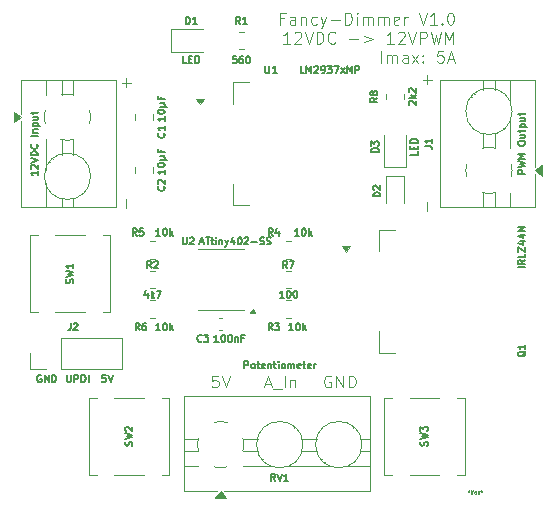
<source format=gto>
%TF.GenerationSoftware,KiCad,Pcbnew,9.0.0*%
%TF.CreationDate,2025-03-26T19:28:16+01:00*%
%TF.ProjectId,attiny_pwm,61747469-6e79-45f7-9077-6d2e6b696361,1*%
%TF.SameCoordinates,Original*%
%TF.FileFunction,Legend,Top*%
%TF.FilePolarity,Positive*%
%FSLAX46Y46*%
G04 Gerber Fmt 4.6, Leading zero omitted, Abs format (unit mm)*
G04 Created by KiCad (PCBNEW 9.0.0) date 2025-03-26 19:28:16*
%MOMM*%
%LPD*%
G01*
G04 APERTURE LIST*
%ADD10C,0.075000*%
%ADD11C,0.150000*%
%ADD12C,0.100000*%
%ADD13C,0.120000*%
G04 APERTURE END LIST*
D10*
X175416627Y-132957385D02*
X175416627Y-133028814D01*
X175345199Y-133000242D02*
X175416627Y-133028814D01*
X175416627Y-133028814D02*
X175488056Y-133000242D01*
X175373770Y-133085957D02*
X175416627Y-133028814D01*
X175416627Y-133028814D02*
X175459484Y-133085957D01*
X175602341Y-133257385D02*
X175602341Y-133057385D01*
X175602341Y-132957385D02*
X175588055Y-132971671D01*
X175588055Y-132971671D02*
X175602341Y-132985957D01*
X175602341Y-132985957D02*
X175616627Y-132971671D01*
X175616627Y-132971671D02*
X175602341Y-132957385D01*
X175602341Y-132957385D02*
X175602341Y-132985957D01*
X175702341Y-133057385D02*
X175816627Y-133057385D01*
X175745198Y-133257385D02*
X175745198Y-133000242D01*
X175745198Y-133000242D02*
X175759484Y-132971671D01*
X175759484Y-132971671D02*
X175788055Y-132957385D01*
X175788055Y-132957385D02*
X175816627Y-132957385D01*
X175959484Y-133257385D02*
X175930913Y-133243100D01*
X175930913Y-133243100D02*
X175916627Y-133228814D01*
X175916627Y-133228814D02*
X175902341Y-133200242D01*
X175902341Y-133200242D02*
X175902341Y-133114528D01*
X175902341Y-133114528D02*
X175916627Y-133085957D01*
X175916627Y-133085957D02*
X175930913Y-133071671D01*
X175930913Y-133071671D02*
X175959484Y-133057385D01*
X175959484Y-133057385D02*
X176002341Y-133057385D01*
X176002341Y-133057385D02*
X176030913Y-133071671D01*
X176030913Y-133071671D02*
X176045199Y-133085957D01*
X176045199Y-133085957D02*
X176059484Y-133114528D01*
X176059484Y-133114528D02*
X176059484Y-133200242D01*
X176059484Y-133200242D02*
X176045199Y-133228814D01*
X176045199Y-133228814D02*
X176030913Y-133243100D01*
X176030913Y-133243100D02*
X176002341Y-133257385D01*
X176002341Y-133257385D02*
X175959484Y-133257385D01*
X176173770Y-133243100D02*
X176202342Y-133257385D01*
X176202342Y-133257385D02*
X176259485Y-133257385D01*
X176259485Y-133257385D02*
X176288056Y-133243100D01*
X176288056Y-133243100D02*
X176302342Y-133214528D01*
X176302342Y-133214528D02*
X176302342Y-133200242D01*
X176302342Y-133200242D02*
X176288056Y-133171671D01*
X176288056Y-133171671D02*
X176259485Y-133157385D01*
X176259485Y-133157385D02*
X176216628Y-133157385D01*
X176216628Y-133157385D02*
X176188056Y-133143100D01*
X176188056Y-133143100D02*
X176173770Y-133114528D01*
X176173770Y-133114528D02*
X176173770Y-133100242D01*
X176173770Y-133100242D02*
X176188056Y-133071671D01*
X176188056Y-133071671D02*
X176216628Y-133057385D01*
X176216628Y-133057385D02*
X176259485Y-133057385D01*
X176259485Y-133057385D02*
X176288056Y-133071671D01*
X176473770Y-132957385D02*
X176473770Y-133028814D01*
X176402342Y-133000242D02*
X176473770Y-133028814D01*
X176473770Y-133028814D02*
X176545199Y-133000242D01*
X176430913Y-133085957D02*
X176473770Y-133028814D01*
X176473770Y-133028814D02*
X176516627Y-133085957D01*
D11*
X139228826Y-123229342D02*
X139171684Y-123200771D01*
X139171684Y-123200771D02*
X139085969Y-123200771D01*
X139085969Y-123200771D02*
X139000255Y-123229342D01*
X139000255Y-123229342D02*
X138943112Y-123286485D01*
X138943112Y-123286485D02*
X138914541Y-123343628D01*
X138914541Y-123343628D02*
X138885969Y-123457914D01*
X138885969Y-123457914D02*
X138885969Y-123543628D01*
X138885969Y-123543628D02*
X138914541Y-123657914D01*
X138914541Y-123657914D02*
X138943112Y-123715057D01*
X138943112Y-123715057D02*
X139000255Y-123772200D01*
X139000255Y-123772200D02*
X139085969Y-123800771D01*
X139085969Y-123800771D02*
X139143112Y-123800771D01*
X139143112Y-123800771D02*
X139228826Y-123772200D01*
X139228826Y-123772200D02*
X139257398Y-123743628D01*
X139257398Y-123743628D02*
X139257398Y-123543628D01*
X139257398Y-123543628D02*
X139143112Y-123543628D01*
X139514541Y-123800771D02*
X139514541Y-123200771D01*
X139514541Y-123200771D02*
X139857398Y-123800771D01*
X139857398Y-123800771D02*
X139857398Y-123200771D01*
X140143112Y-123800771D02*
X140143112Y-123200771D01*
X140143112Y-123200771D02*
X140285969Y-123200771D01*
X140285969Y-123200771D02*
X140371683Y-123229342D01*
X140371683Y-123229342D02*
X140428826Y-123286485D01*
X140428826Y-123286485D02*
X140457397Y-123343628D01*
X140457397Y-123343628D02*
X140485969Y-123457914D01*
X140485969Y-123457914D02*
X140485969Y-123543628D01*
X140485969Y-123543628D02*
X140457397Y-123657914D01*
X140457397Y-123657914D02*
X140428826Y-123715057D01*
X140428826Y-123715057D02*
X140371683Y-123772200D01*
X140371683Y-123772200D02*
X140285969Y-123800771D01*
X140285969Y-123800771D02*
X140143112Y-123800771D01*
D12*
X146414466Y-98828115D02*
X146414466Y-98066211D01*
X146795419Y-98447163D02*
X146033514Y-98447163D01*
D11*
X144700255Y-123200771D02*
X144414541Y-123200771D01*
X144414541Y-123200771D02*
X144385969Y-123486485D01*
X144385969Y-123486485D02*
X144414541Y-123457914D01*
X144414541Y-123457914D02*
X144471684Y-123429342D01*
X144471684Y-123429342D02*
X144614541Y-123429342D01*
X144614541Y-123429342D02*
X144671684Y-123457914D01*
X144671684Y-123457914D02*
X144700255Y-123486485D01*
X144700255Y-123486485D02*
X144728826Y-123543628D01*
X144728826Y-123543628D02*
X144728826Y-123686485D01*
X144728826Y-123686485D02*
X144700255Y-123743628D01*
X144700255Y-123743628D02*
X144671684Y-123772200D01*
X144671684Y-123772200D02*
X144614541Y-123800771D01*
X144614541Y-123800771D02*
X144471684Y-123800771D01*
X144471684Y-123800771D02*
X144414541Y-123772200D01*
X144414541Y-123772200D02*
X144385969Y-123743628D01*
X144900255Y-123200771D02*
X145100255Y-123800771D01*
X145100255Y-123800771D02*
X145300255Y-123200771D01*
D12*
X146414466Y-109078115D02*
X146414466Y-108316211D01*
X158179265Y-123968704D02*
X158655455Y-123968704D01*
X158084027Y-124254419D02*
X158417360Y-123254419D01*
X158417360Y-123254419D02*
X158750693Y-124254419D01*
X158845932Y-124349657D02*
X159607836Y-124349657D01*
X159845932Y-124254419D02*
X159845932Y-123254419D01*
X160322122Y-123587752D02*
X160322122Y-124254419D01*
X160322122Y-123682990D02*
X160369741Y-123635371D01*
X160369741Y-123635371D02*
X160464979Y-123587752D01*
X160464979Y-123587752D02*
X160607836Y-123587752D01*
X160607836Y-123587752D02*
X160703074Y-123635371D01*
X160703074Y-123635371D02*
X160750693Y-123730609D01*
X160750693Y-123730609D02*
X160750693Y-124254419D01*
X171914466Y-109328115D02*
X171914466Y-108566211D01*
X159785782Y-93010721D02*
X159452449Y-93010721D01*
X159452449Y-93534531D02*
X159452449Y-92534531D01*
X159452449Y-92534531D02*
X159928639Y-92534531D01*
X160738163Y-93534531D02*
X160738163Y-93010721D01*
X160738163Y-93010721D02*
X160690544Y-92915483D01*
X160690544Y-92915483D02*
X160595306Y-92867864D01*
X160595306Y-92867864D02*
X160404830Y-92867864D01*
X160404830Y-92867864D02*
X160309592Y-92915483D01*
X160738163Y-93486912D02*
X160642925Y-93534531D01*
X160642925Y-93534531D02*
X160404830Y-93534531D01*
X160404830Y-93534531D02*
X160309592Y-93486912D01*
X160309592Y-93486912D02*
X160261973Y-93391673D01*
X160261973Y-93391673D02*
X160261973Y-93296435D01*
X160261973Y-93296435D02*
X160309592Y-93201197D01*
X160309592Y-93201197D02*
X160404830Y-93153578D01*
X160404830Y-93153578D02*
X160642925Y-93153578D01*
X160642925Y-93153578D02*
X160738163Y-93105959D01*
X161214354Y-92867864D02*
X161214354Y-93534531D01*
X161214354Y-92963102D02*
X161261973Y-92915483D01*
X161261973Y-92915483D02*
X161357211Y-92867864D01*
X161357211Y-92867864D02*
X161500068Y-92867864D01*
X161500068Y-92867864D02*
X161595306Y-92915483D01*
X161595306Y-92915483D02*
X161642925Y-93010721D01*
X161642925Y-93010721D02*
X161642925Y-93534531D01*
X162547687Y-93486912D02*
X162452449Y-93534531D01*
X162452449Y-93534531D02*
X162261973Y-93534531D01*
X162261973Y-93534531D02*
X162166735Y-93486912D01*
X162166735Y-93486912D02*
X162119116Y-93439292D01*
X162119116Y-93439292D02*
X162071497Y-93344054D01*
X162071497Y-93344054D02*
X162071497Y-93058340D01*
X162071497Y-93058340D02*
X162119116Y-92963102D01*
X162119116Y-92963102D02*
X162166735Y-92915483D01*
X162166735Y-92915483D02*
X162261973Y-92867864D01*
X162261973Y-92867864D02*
X162452449Y-92867864D01*
X162452449Y-92867864D02*
X162547687Y-92915483D01*
X162881021Y-92867864D02*
X163119116Y-93534531D01*
X163357211Y-92867864D02*
X163119116Y-93534531D01*
X163119116Y-93534531D02*
X163023878Y-93772626D01*
X163023878Y-93772626D02*
X162976259Y-93820245D01*
X162976259Y-93820245D02*
X162881021Y-93867864D01*
X163738164Y-93153578D02*
X164500069Y-93153578D01*
X164976259Y-93534531D02*
X164976259Y-92534531D01*
X164976259Y-92534531D02*
X165214354Y-92534531D01*
X165214354Y-92534531D02*
X165357211Y-92582150D01*
X165357211Y-92582150D02*
X165452449Y-92677388D01*
X165452449Y-92677388D02*
X165500068Y-92772626D01*
X165500068Y-92772626D02*
X165547687Y-92963102D01*
X165547687Y-92963102D02*
X165547687Y-93105959D01*
X165547687Y-93105959D02*
X165500068Y-93296435D01*
X165500068Y-93296435D02*
X165452449Y-93391673D01*
X165452449Y-93391673D02*
X165357211Y-93486912D01*
X165357211Y-93486912D02*
X165214354Y-93534531D01*
X165214354Y-93534531D02*
X164976259Y-93534531D01*
X165976259Y-93534531D02*
X165976259Y-92867864D01*
X165976259Y-92534531D02*
X165928640Y-92582150D01*
X165928640Y-92582150D02*
X165976259Y-92629769D01*
X165976259Y-92629769D02*
X166023878Y-92582150D01*
X166023878Y-92582150D02*
X165976259Y-92534531D01*
X165976259Y-92534531D02*
X165976259Y-92629769D01*
X166452449Y-93534531D02*
X166452449Y-92867864D01*
X166452449Y-92963102D02*
X166500068Y-92915483D01*
X166500068Y-92915483D02*
X166595306Y-92867864D01*
X166595306Y-92867864D02*
X166738163Y-92867864D01*
X166738163Y-92867864D02*
X166833401Y-92915483D01*
X166833401Y-92915483D02*
X166881020Y-93010721D01*
X166881020Y-93010721D02*
X166881020Y-93534531D01*
X166881020Y-93010721D02*
X166928639Y-92915483D01*
X166928639Y-92915483D02*
X167023877Y-92867864D01*
X167023877Y-92867864D02*
X167166734Y-92867864D01*
X167166734Y-92867864D02*
X167261973Y-92915483D01*
X167261973Y-92915483D02*
X167309592Y-93010721D01*
X167309592Y-93010721D02*
X167309592Y-93534531D01*
X167785782Y-93534531D02*
X167785782Y-92867864D01*
X167785782Y-92963102D02*
X167833401Y-92915483D01*
X167833401Y-92915483D02*
X167928639Y-92867864D01*
X167928639Y-92867864D02*
X168071496Y-92867864D01*
X168071496Y-92867864D02*
X168166734Y-92915483D01*
X168166734Y-92915483D02*
X168214353Y-93010721D01*
X168214353Y-93010721D02*
X168214353Y-93534531D01*
X168214353Y-93010721D02*
X168261972Y-92915483D01*
X168261972Y-92915483D02*
X168357210Y-92867864D01*
X168357210Y-92867864D02*
X168500067Y-92867864D01*
X168500067Y-92867864D02*
X168595306Y-92915483D01*
X168595306Y-92915483D02*
X168642925Y-93010721D01*
X168642925Y-93010721D02*
X168642925Y-93534531D01*
X169500067Y-93486912D02*
X169404829Y-93534531D01*
X169404829Y-93534531D02*
X169214353Y-93534531D01*
X169214353Y-93534531D02*
X169119115Y-93486912D01*
X169119115Y-93486912D02*
X169071496Y-93391673D01*
X169071496Y-93391673D02*
X169071496Y-93010721D01*
X169071496Y-93010721D02*
X169119115Y-92915483D01*
X169119115Y-92915483D02*
X169214353Y-92867864D01*
X169214353Y-92867864D02*
X169404829Y-92867864D01*
X169404829Y-92867864D02*
X169500067Y-92915483D01*
X169500067Y-92915483D02*
X169547686Y-93010721D01*
X169547686Y-93010721D02*
X169547686Y-93105959D01*
X169547686Y-93105959D02*
X169071496Y-93201197D01*
X169976258Y-93534531D02*
X169976258Y-92867864D01*
X169976258Y-93058340D02*
X170023877Y-92963102D01*
X170023877Y-92963102D02*
X170071496Y-92915483D01*
X170071496Y-92915483D02*
X170166734Y-92867864D01*
X170166734Y-92867864D02*
X170261972Y-92867864D01*
X171214354Y-92534531D02*
X171547687Y-93534531D01*
X171547687Y-93534531D02*
X171881020Y-92534531D01*
X172738163Y-93534531D02*
X172166735Y-93534531D01*
X172452449Y-93534531D02*
X172452449Y-92534531D01*
X172452449Y-92534531D02*
X172357211Y-92677388D01*
X172357211Y-92677388D02*
X172261973Y-92772626D01*
X172261973Y-92772626D02*
X172166735Y-92820245D01*
X173166735Y-93439292D02*
X173214354Y-93486912D01*
X173214354Y-93486912D02*
X173166735Y-93534531D01*
X173166735Y-93534531D02*
X173119116Y-93486912D01*
X173119116Y-93486912D02*
X173166735Y-93439292D01*
X173166735Y-93439292D02*
X173166735Y-93534531D01*
X173833401Y-92534531D02*
X173928639Y-92534531D01*
X173928639Y-92534531D02*
X174023877Y-92582150D01*
X174023877Y-92582150D02*
X174071496Y-92629769D01*
X174071496Y-92629769D02*
X174119115Y-92725007D01*
X174119115Y-92725007D02*
X174166734Y-92915483D01*
X174166734Y-92915483D02*
X174166734Y-93153578D01*
X174166734Y-93153578D02*
X174119115Y-93344054D01*
X174119115Y-93344054D02*
X174071496Y-93439292D01*
X174071496Y-93439292D02*
X174023877Y-93486912D01*
X174023877Y-93486912D02*
X173928639Y-93534531D01*
X173928639Y-93534531D02*
X173833401Y-93534531D01*
X173833401Y-93534531D02*
X173738163Y-93486912D01*
X173738163Y-93486912D02*
X173690544Y-93439292D01*
X173690544Y-93439292D02*
X173642925Y-93344054D01*
X173642925Y-93344054D02*
X173595306Y-93153578D01*
X173595306Y-93153578D02*
X173595306Y-92915483D01*
X173595306Y-92915483D02*
X173642925Y-92725007D01*
X173642925Y-92725007D02*
X173690544Y-92629769D01*
X173690544Y-92629769D02*
X173738163Y-92582150D01*
X173738163Y-92582150D02*
X173833401Y-92534531D01*
X160309591Y-95144475D02*
X159738163Y-95144475D01*
X160023877Y-95144475D02*
X160023877Y-94144475D01*
X160023877Y-94144475D02*
X159928639Y-94287332D01*
X159928639Y-94287332D02*
X159833401Y-94382570D01*
X159833401Y-94382570D02*
X159738163Y-94430189D01*
X160690544Y-94239713D02*
X160738163Y-94192094D01*
X160738163Y-94192094D02*
X160833401Y-94144475D01*
X160833401Y-94144475D02*
X161071496Y-94144475D01*
X161071496Y-94144475D02*
X161166734Y-94192094D01*
X161166734Y-94192094D02*
X161214353Y-94239713D01*
X161214353Y-94239713D02*
X161261972Y-94334951D01*
X161261972Y-94334951D02*
X161261972Y-94430189D01*
X161261972Y-94430189D02*
X161214353Y-94573046D01*
X161214353Y-94573046D02*
X160642925Y-95144475D01*
X160642925Y-95144475D02*
X161261972Y-95144475D01*
X161547687Y-94144475D02*
X161881020Y-95144475D01*
X161881020Y-95144475D02*
X162214353Y-94144475D01*
X162547687Y-95144475D02*
X162547687Y-94144475D01*
X162547687Y-94144475D02*
X162785782Y-94144475D01*
X162785782Y-94144475D02*
X162928639Y-94192094D01*
X162928639Y-94192094D02*
X163023877Y-94287332D01*
X163023877Y-94287332D02*
X163071496Y-94382570D01*
X163071496Y-94382570D02*
X163119115Y-94573046D01*
X163119115Y-94573046D02*
X163119115Y-94715903D01*
X163119115Y-94715903D02*
X163071496Y-94906379D01*
X163071496Y-94906379D02*
X163023877Y-95001617D01*
X163023877Y-95001617D02*
X162928639Y-95096856D01*
X162928639Y-95096856D02*
X162785782Y-95144475D01*
X162785782Y-95144475D02*
X162547687Y-95144475D01*
X164119115Y-95049236D02*
X164071496Y-95096856D01*
X164071496Y-95096856D02*
X163928639Y-95144475D01*
X163928639Y-95144475D02*
X163833401Y-95144475D01*
X163833401Y-95144475D02*
X163690544Y-95096856D01*
X163690544Y-95096856D02*
X163595306Y-95001617D01*
X163595306Y-95001617D02*
X163547687Y-94906379D01*
X163547687Y-94906379D02*
X163500068Y-94715903D01*
X163500068Y-94715903D02*
X163500068Y-94573046D01*
X163500068Y-94573046D02*
X163547687Y-94382570D01*
X163547687Y-94382570D02*
X163595306Y-94287332D01*
X163595306Y-94287332D02*
X163690544Y-94192094D01*
X163690544Y-94192094D02*
X163833401Y-94144475D01*
X163833401Y-94144475D02*
X163928639Y-94144475D01*
X163928639Y-94144475D02*
X164071496Y-94192094D01*
X164071496Y-94192094D02*
X164119115Y-94239713D01*
X165309592Y-94763522D02*
X166071497Y-94763522D01*
X166547687Y-94477808D02*
X167309592Y-94763522D01*
X167309592Y-94763522D02*
X166547687Y-95049236D01*
X169071496Y-95144475D02*
X168500068Y-95144475D01*
X168785782Y-95144475D02*
X168785782Y-94144475D01*
X168785782Y-94144475D02*
X168690544Y-94287332D01*
X168690544Y-94287332D02*
X168595306Y-94382570D01*
X168595306Y-94382570D02*
X168500068Y-94430189D01*
X169452449Y-94239713D02*
X169500068Y-94192094D01*
X169500068Y-94192094D02*
X169595306Y-94144475D01*
X169595306Y-94144475D02*
X169833401Y-94144475D01*
X169833401Y-94144475D02*
X169928639Y-94192094D01*
X169928639Y-94192094D02*
X169976258Y-94239713D01*
X169976258Y-94239713D02*
X170023877Y-94334951D01*
X170023877Y-94334951D02*
X170023877Y-94430189D01*
X170023877Y-94430189D02*
X169976258Y-94573046D01*
X169976258Y-94573046D02*
X169404830Y-95144475D01*
X169404830Y-95144475D02*
X170023877Y-95144475D01*
X170309592Y-94144475D02*
X170642925Y-95144475D01*
X170642925Y-95144475D02*
X170976258Y-94144475D01*
X171309592Y-95144475D02*
X171309592Y-94144475D01*
X171309592Y-94144475D02*
X171690544Y-94144475D01*
X171690544Y-94144475D02*
X171785782Y-94192094D01*
X171785782Y-94192094D02*
X171833401Y-94239713D01*
X171833401Y-94239713D02*
X171881020Y-94334951D01*
X171881020Y-94334951D02*
X171881020Y-94477808D01*
X171881020Y-94477808D02*
X171833401Y-94573046D01*
X171833401Y-94573046D02*
X171785782Y-94620665D01*
X171785782Y-94620665D02*
X171690544Y-94668284D01*
X171690544Y-94668284D02*
X171309592Y-94668284D01*
X172214354Y-94144475D02*
X172452449Y-95144475D01*
X172452449Y-95144475D02*
X172642925Y-94430189D01*
X172642925Y-94430189D02*
X172833401Y-95144475D01*
X172833401Y-95144475D02*
X173071497Y-94144475D01*
X173452449Y-95144475D02*
X173452449Y-94144475D01*
X173452449Y-94144475D02*
X173785782Y-94858760D01*
X173785782Y-94858760D02*
X174119115Y-94144475D01*
X174119115Y-94144475D02*
X174119115Y-95144475D01*
X168023878Y-96754419D02*
X168023878Y-95754419D01*
X168500068Y-96754419D02*
X168500068Y-96087752D01*
X168500068Y-96182990D02*
X168547687Y-96135371D01*
X168547687Y-96135371D02*
X168642925Y-96087752D01*
X168642925Y-96087752D02*
X168785782Y-96087752D01*
X168785782Y-96087752D02*
X168881020Y-96135371D01*
X168881020Y-96135371D02*
X168928639Y-96230609D01*
X168928639Y-96230609D02*
X168928639Y-96754419D01*
X168928639Y-96230609D02*
X168976258Y-96135371D01*
X168976258Y-96135371D02*
X169071496Y-96087752D01*
X169071496Y-96087752D02*
X169214353Y-96087752D01*
X169214353Y-96087752D02*
X169309592Y-96135371D01*
X169309592Y-96135371D02*
X169357211Y-96230609D01*
X169357211Y-96230609D02*
X169357211Y-96754419D01*
X170261972Y-96754419D02*
X170261972Y-96230609D01*
X170261972Y-96230609D02*
X170214353Y-96135371D01*
X170214353Y-96135371D02*
X170119115Y-96087752D01*
X170119115Y-96087752D02*
X169928639Y-96087752D01*
X169928639Y-96087752D02*
X169833401Y-96135371D01*
X170261972Y-96706800D02*
X170166734Y-96754419D01*
X170166734Y-96754419D02*
X169928639Y-96754419D01*
X169928639Y-96754419D02*
X169833401Y-96706800D01*
X169833401Y-96706800D02*
X169785782Y-96611561D01*
X169785782Y-96611561D02*
X169785782Y-96516323D01*
X169785782Y-96516323D02*
X169833401Y-96421085D01*
X169833401Y-96421085D02*
X169928639Y-96373466D01*
X169928639Y-96373466D02*
X170166734Y-96373466D01*
X170166734Y-96373466D02*
X170261972Y-96325847D01*
X170642925Y-96754419D02*
X171166734Y-96087752D01*
X170642925Y-96087752D02*
X171166734Y-96754419D01*
X171547687Y-96659180D02*
X171595306Y-96706800D01*
X171595306Y-96706800D02*
X171547687Y-96754419D01*
X171547687Y-96754419D02*
X171500068Y-96706800D01*
X171500068Y-96706800D02*
X171547687Y-96659180D01*
X171547687Y-96659180D02*
X171547687Y-96754419D01*
X171547687Y-96135371D02*
X171595306Y-96182990D01*
X171595306Y-96182990D02*
X171547687Y-96230609D01*
X171547687Y-96230609D02*
X171500068Y-96182990D01*
X171500068Y-96182990D02*
X171547687Y-96135371D01*
X171547687Y-96135371D02*
X171547687Y-96230609D01*
X173261972Y-95754419D02*
X172785782Y-95754419D01*
X172785782Y-95754419D02*
X172738163Y-96230609D01*
X172738163Y-96230609D02*
X172785782Y-96182990D01*
X172785782Y-96182990D02*
X172881020Y-96135371D01*
X172881020Y-96135371D02*
X173119115Y-96135371D01*
X173119115Y-96135371D02*
X173214353Y-96182990D01*
X173214353Y-96182990D02*
X173261972Y-96230609D01*
X173261972Y-96230609D02*
X173309591Y-96325847D01*
X173309591Y-96325847D02*
X173309591Y-96563942D01*
X173309591Y-96563942D02*
X173261972Y-96659180D01*
X173261972Y-96659180D02*
X173214353Y-96706800D01*
X173214353Y-96706800D02*
X173119115Y-96754419D01*
X173119115Y-96754419D02*
X172881020Y-96754419D01*
X172881020Y-96754419D02*
X172785782Y-96706800D01*
X172785782Y-96706800D02*
X172738163Y-96659180D01*
X173690544Y-96468704D02*
X174166734Y-96468704D01*
X173595306Y-96754419D02*
X173928639Y-95754419D01*
X173928639Y-95754419D02*
X174261972Y-96754419D01*
X171914466Y-98578115D02*
X171914466Y-97816211D01*
X172295419Y-98197163D02*
X171533514Y-98197163D01*
X154203074Y-123254419D02*
X153726884Y-123254419D01*
X153726884Y-123254419D02*
X153679265Y-123730609D01*
X153679265Y-123730609D02*
X153726884Y-123682990D01*
X153726884Y-123682990D02*
X153822122Y-123635371D01*
X153822122Y-123635371D02*
X154060217Y-123635371D01*
X154060217Y-123635371D02*
X154155455Y-123682990D01*
X154155455Y-123682990D02*
X154203074Y-123730609D01*
X154203074Y-123730609D02*
X154250693Y-123825847D01*
X154250693Y-123825847D02*
X154250693Y-124063942D01*
X154250693Y-124063942D02*
X154203074Y-124159180D01*
X154203074Y-124159180D02*
X154155455Y-124206800D01*
X154155455Y-124206800D02*
X154060217Y-124254419D01*
X154060217Y-124254419D02*
X153822122Y-124254419D01*
X153822122Y-124254419D02*
X153726884Y-124206800D01*
X153726884Y-124206800D02*
X153679265Y-124159180D01*
X154536408Y-123254419D02*
X154869741Y-124254419D01*
X154869741Y-124254419D02*
X155203074Y-123254419D01*
D11*
X141414541Y-123200771D02*
X141414541Y-123686485D01*
X141414541Y-123686485D02*
X141443112Y-123743628D01*
X141443112Y-123743628D02*
X141471684Y-123772200D01*
X141471684Y-123772200D02*
X141528826Y-123800771D01*
X141528826Y-123800771D02*
X141643112Y-123800771D01*
X141643112Y-123800771D02*
X141700255Y-123772200D01*
X141700255Y-123772200D02*
X141728826Y-123743628D01*
X141728826Y-123743628D02*
X141757398Y-123686485D01*
X141757398Y-123686485D02*
X141757398Y-123200771D01*
X142043112Y-123800771D02*
X142043112Y-123200771D01*
X142043112Y-123200771D02*
X142271683Y-123200771D01*
X142271683Y-123200771D02*
X142328826Y-123229342D01*
X142328826Y-123229342D02*
X142357397Y-123257914D01*
X142357397Y-123257914D02*
X142385969Y-123315057D01*
X142385969Y-123315057D02*
X142385969Y-123400771D01*
X142385969Y-123400771D02*
X142357397Y-123457914D01*
X142357397Y-123457914D02*
X142328826Y-123486485D01*
X142328826Y-123486485D02*
X142271683Y-123515057D01*
X142271683Y-123515057D02*
X142043112Y-123515057D01*
X142643112Y-123800771D02*
X142643112Y-123200771D01*
X142643112Y-123200771D02*
X142785969Y-123200771D01*
X142785969Y-123200771D02*
X142871683Y-123229342D01*
X142871683Y-123229342D02*
X142928826Y-123286485D01*
X142928826Y-123286485D02*
X142957397Y-123343628D01*
X142957397Y-123343628D02*
X142985969Y-123457914D01*
X142985969Y-123457914D02*
X142985969Y-123543628D01*
X142985969Y-123543628D02*
X142957397Y-123657914D01*
X142957397Y-123657914D02*
X142928826Y-123715057D01*
X142928826Y-123715057D02*
X142871683Y-123772200D01*
X142871683Y-123772200D02*
X142785969Y-123800771D01*
X142785969Y-123800771D02*
X142643112Y-123800771D01*
X143243112Y-123800771D02*
X143243112Y-123200771D01*
D12*
X163750693Y-123302038D02*
X163655455Y-123254419D01*
X163655455Y-123254419D02*
X163512598Y-123254419D01*
X163512598Y-123254419D02*
X163369741Y-123302038D01*
X163369741Y-123302038D02*
X163274503Y-123397276D01*
X163274503Y-123397276D02*
X163226884Y-123492514D01*
X163226884Y-123492514D02*
X163179265Y-123682990D01*
X163179265Y-123682990D02*
X163179265Y-123825847D01*
X163179265Y-123825847D02*
X163226884Y-124016323D01*
X163226884Y-124016323D02*
X163274503Y-124111561D01*
X163274503Y-124111561D02*
X163369741Y-124206800D01*
X163369741Y-124206800D02*
X163512598Y-124254419D01*
X163512598Y-124254419D02*
X163607836Y-124254419D01*
X163607836Y-124254419D02*
X163750693Y-124206800D01*
X163750693Y-124206800D02*
X163798312Y-124159180D01*
X163798312Y-124159180D02*
X163798312Y-123825847D01*
X163798312Y-123825847D02*
X163607836Y-123825847D01*
X164226884Y-124254419D02*
X164226884Y-123254419D01*
X164226884Y-123254419D02*
X164798312Y-124254419D01*
X164798312Y-124254419D02*
X164798312Y-123254419D01*
X165274503Y-124254419D02*
X165274503Y-123254419D01*
X165274503Y-123254419D02*
X165512598Y-123254419D01*
X165512598Y-123254419D02*
X165655455Y-123302038D01*
X165655455Y-123302038D02*
X165750693Y-123397276D01*
X165750693Y-123397276D02*
X165798312Y-123492514D01*
X165798312Y-123492514D02*
X165845931Y-123682990D01*
X165845931Y-123682990D02*
X165845931Y-123825847D01*
X165845931Y-123825847D02*
X165798312Y-124016323D01*
X165798312Y-124016323D02*
X165750693Y-124111561D01*
X165750693Y-124111561D02*
X165655455Y-124206800D01*
X165655455Y-124206800D02*
X165512598Y-124254419D01*
X165512598Y-124254419D02*
X165274503Y-124254419D01*
D11*
X146914200Y-129182000D02*
X146942771Y-129096286D01*
X146942771Y-129096286D02*
X146942771Y-128953428D01*
X146942771Y-128953428D02*
X146914200Y-128896286D01*
X146914200Y-128896286D02*
X146885628Y-128867714D01*
X146885628Y-128867714D02*
X146828485Y-128839143D01*
X146828485Y-128839143D02*
X146771342Y-128839143D01*
X146771342Y-128839143D02*
X146714200Y-128867714D01*
X146714200Y-128867714D02*
X146685628Y-128896286D01*
X146685628Y-128896286D02*
X146657057Y-128953428D01*
X146657057Y-128953428D02*
X146628485Y-129067714D01*
X146628485Y-129067714D02*
X146599914Y-129124857D01*
X146599914Y-129124857D02*
X146571342Y-129153428D01*
X146571342Y-129153428D02*
X146514200Y-129182000D01*
X146514200Y-129182000D02*
X146457057Y-129182000D01*
X146457057Y-129182000D02*
X146399914Y-129153428D01*
X146399914Y-129153428D02*
X146371342Y-129124857D01*
X146371342Y-129124857D02*
X146342771Y-129067714D01*
X146342771Y-129067714D02*
X146342771Y-128924857D01*
X146342771Y-128924857D02*
X146371342Y-128839143D01*
X146342771Y-128639142D02*
X146942771Y-128496285D01*
X146942771Y-128496285D02*
X146514200Y-128381999D01*
X146514200Y-128381999D02*
X146942771Y-128267714D01*
X146942771Y-128267714D02*
X146342771Y-128124857D01*
X146399914Y-127924857D02*
X146371342Y-127896285D01*
X146371342Y-127896285D02*
X146342771Y-127839143D01*
X146342771Y-127839143D02*
X146342771Y-127696285D01*
X146342771Y-127696285D02*
X146371342Y-127639143D01*
X146371342Y-127639143D02*
X146399914Y-127610571D01*
X146399914Y-127610571D02*
X146457057Y-127582000D01*
X146457057Y-127582000D02*
X146514200Y-127582000D01*
X146514200Y-127582000D02*
X146599914Y-127610571D01*
X146599914Y-127610571D02*
X146942771Y-127953428D01*
X146942771Y-127953428D02*
X146942771Y-127582000D01*
X167942771Y-108074856D02*
X167342771Y-108074856D01*
X167342771Y-108074856D02*
X167342771Y-107931999D01*
X167342771Y-107931999D02*
X167371342Y-107846285D01*
X167371342Y-107846285D02*
X167428485Y-107789142D01*
X167428485Y-107789142D02*
X167485628Y-107760571D01*
X167485628Y-107760571D02*
X167599914Y-107731999D01*
X167599914Y-107731999D02*
X167685628Y-107731999D01*
X167685628Y-107731999D02*
X167799914Y-107760571D01*
X167799914Y-107760571D02*
X167857057Y-107789142D01*
X167857057Y-107789142D02*
X167914200Y-107846285D01*
X167914200Y-107846285D02*
X167942771Y-107931999D01*
X167942771Y-107931999D02*
X167942771Y-108074856D01*
X167399914Y-107503428D02*
X167371342Y-107474856D01*
X167371342Y-107474856D02*
X167342771Y-107417714D01*
X167342771Y-107417714D02*
X167342771Y-107274856D01*
X167342771Y-107274856D02*
X167371342Y-107217714D01*
X167371342Y-107217714D02*
X167399914Y-107189142D01*
X167399914Y-107189142D02*
X167457057Y-107160571D01*
X167457057Y-107160571D02*
X167514200Y-107160571D01*
X167514200Y-107160571D02*
X167599914Y-107189142D01*
X167599914Y-107189142D02*
X167942771Y-107531999D01*
X167942771Y-107531999D02*
X167942771Y-107160571D01*
X141722999Y-118801771D02*
X141722999Y-119230342D01*
X141722999Y-119230342D02*
X141694428Y-119316057D01*
X141694428Y-119316057D02*
X141637285Y-119373200D01*
X141637285Y-119373200D02*
X141551571Y-119401771D01*
X141551571Y-119401771D02*
X141494428Y-119401771D01*
X141980142Y-118858914D02*
X142008714Y-118830342D01*
X142008714Y-118830342D02*
X142065857Y-118801771D01*
X142065857Y-118801771D02*
X142208714Y-118801771D01*
X142208714Y-118801771D02*
X142265857Y-118830342D01*
X142265857Y-118830342D02*
X142294428Y-118858914D01*
X142294428Y-118858914D02*
X142322999Y-118916057D01*
X142322999Y-118916057D02*
X142322999Y-118973200D01*
X142322999Y-118973200D02*
X142294428Y-119058914D01*
X142294428Y-119058914D02*
X141951571Y-119401771D01*
X141951571Y-119401771D02*
X142322999Y-119401771D01*
X158215857Y-97051771D02*
X158215857Y-97537485D01*
X158215857Y-97537485D02*
X158244428Y-97594628D01*
X158244428Y-97594628D02*
X158273000Y-97623200D01*
X158273000Y-97623200D02*
X158330142Y-97651771D01*
X158330142Y-97651771D02*
X158444428Y-97651771D01*
X158444428Y-97651771D02*
X158501571Y-97623200D01*
X158501571Y-97623200D02*
X158530142Y-97594628D01*
X158530142Y-97594628D02*
X158558714Y-97537485D01*
X158558714Y-97537485D02*
X158558714Y-97051771D01*
X159158713Y-97651771D02*
X158815856Y-97651771D01*
X158987285Y-97651771D02*
X158987285Y-97051771D01*
X158987285Y-97051771D02*
X158930142Y-97137485D01*
X158930142Y-97137485D02*
X158872999Y-97194628D01*
X158872999Y-97194628D02*
X158815856Y-97223200D01*
X161487285Y-97651771D02*
X161201571Y-97651771D01*
X161201571Y-97651771D02*
X161201571Y-97051771D01*
X161687285Y-97651771D02*
X161687285Y-97051771D01*
X161687285Y-97051771D02*
X161887285Y-97480342D01*
X161887285Y-97480342D02*
X162087285Y-97051771D01*
X162087285Y-97051771D02*
X162087285Y-97651771D01*
X162344427Y-97108914D02*
X162372999Y-97080342D01*
X162372999Y-97080342D02*
X162430142Y-97051771D01*
X162430142Y-97051771D02*
X162572999Y-97051771D01*
X162572999Y-97051771D02*
X162630142Y-97080342D01*
X162630142Y-97080342D02*
X162658713Y-97108914D01*
X162658713Y-97108914D02*
X162687284Y-97166057D01*
X162687284Y-97166057D02*
X162687284Y-97223200D01*
X162687284Y-97223200D02*
X162658713Y-97308914D01*
X162658713Y-97308914D02*
X162315856Y-97651771D01*
X162315856Y-97651771D02*
X162687284Y-97651771D01*
X162972999Y-97651771D02*
X163087285Y-97651771D01*
X163087285Y-97651771D02*
X163144428Y-97623200D01*
X163144428Y-97623200D02*
X163172999Y-97594628D01*
X163172999Y-97594628D02*
X163230142Y-97508914D01*
X163230142Y-97508914D02*
X163258713Y-97394628D01*
X163258713Y-97394628D02*
X163258713Y-97166057D01*
X163258713Y-97166057D02*
X163230142Y-97108914D01*
X163230142Y-97108914D02*
X163201571Y-97080342D01*
X163201571Y-97080342D02*
X163144428Y-97051771D01*
X163144428Y-97051771D02*
X163030142Y-97051771D01*
X163030142Y-97051771D02*
X162972999Y-97080342D01*
X162972999Y-97080342D02*
X162944428Y-97108914D01*
X162944428Y-97108914D02*
X162915856Y-97166057D01*
X162915856Y-97166057D02*
X162915856Y-97308914D01*
X162915856Y-97308914D02*
X162944428Y-97366057D01*
X162944428Y-97366057D02*
X162972999Y-97394628D01*
X162972999Y-97394628D02*
X163030142Y-97423200D01*
X163030142Y-97423200D02*
X163144428Y-97423200D01*
X163144428Y-97423200D02*
X163201571Y-97394628D01*
X163201571Y-97394628D02*
X163230142Y-97366057D01*
X163230142Y-97366057D02*
X163258713Y-97308914D01*
X163458714Y-97051771D02*
X163830142Y-97051771D01*
X163830142Y-97051771D02*
X163630142Y-97280342D01*
X163630142Y-97280342D02*
X163715857Y-97280342D01*
X163715857Y-97280342D02*
X163773000Y-97308914D01*
X163773000Y-97308914D02*
X163801571Y-97337485D01*
X163801571Y-97337485D02*
X163830142Y-97394628D01*
X163830142Y-97394628D02*
X163830142Y-97537485D01*
X163830142Y-97537485D02*
X163801571Y-97594628D01*
X163801571Y-97594628D02*
X163773000Y-97623200D01*
X163773000Y-97623200D02*
X163715857Y-97651771D01*
X163715857Y-97651771D02*
X163544428Y-97651771D01*
X163544428Y-97651771D02*
X163487285Y-97623200D01*
X163487285Y-97623200D02*
X163458714Y-97594628D01*
X164030143Y-97051771D02*
X164430143Y-97051771D01*
X164430143Y-97051771D02*
X164173000Y-97651771D01*
X164601572Y-97651771D02*
X164915858Y-97251771D01*
X164601572Y-97251771D02*
X164915858Y-97651771D01*
X165144429Y-97651771D02*
X165144429Y-97051771D01*
X165144429Y-97051771D02*
X165344429Y-97480342D01*
X165344429Y-97480342D02*
X165544429Y-97051771D01*
X165544429Y-97051771D02*
X165544429Y-97651771D01*
X165830143Y-97651771D02*
X165830143Y-97051771D01*
X165830143Y-97051771D02*
X166058714Y-97051771D01*
X166058714Y-97051771D02*
X166115857Y-97080342D01*
X166115857Y-97080342D02*
X166144428Y-97108914D01*
X166144428Y-97108914D02*
X166173000Y-97166057D01*
X166173000Y-97166057D02*
X166173000Y-97251771D01*
X166173000Y-97251771D02*
X166144428Y-97308914D01*
X166144428Y-97308914D02*
X166115857Y-97337485D01*
X166115857Y-97337485D02*
X166058714Y-97366057D01*
X166058714Y-97366057D02*
X165830143Y-97366057D01*
X167692771Y-99731999D02*
X167407057Y-99931999D01*
X167692771Y-100074856D02*
X167092771Y-100074856D01*
X167092771Y-100074856D02*
X167092771Y-99846285D01*
X167092771Y-99846285D02*
X167121342Y-99789142D01*
X167121342Y-99789142D02*
X167149914Y-99760571D01*
X167149914Y-99760571D02*
X167207057Y-99731999D01*
X167207057Y-99731999D02*
X167292771Y-99731999D01*
X167292771Y-99731999D02*
X167349914Y-99760571D01*
X167349914Y-99760571D02*
X167378485Y-99789142D01*
X167378485Y-99789142D02*
X167407057Y-99846285D01*
X167407057Y-99846285D02*
X167407057Y-100074856D01*
X167349914Y-99389142D02*
X167321342Y-99446285D01*
X167321342Y-99446285D02*
X167292771Y-99474856D01*
X167292771Y-99474856D02*
X167235628Y-99503428D01*
X167235628Y-99503428D02*
X167207057Y-99503428D01*
X167207057Y-99503428D02*
X167149914Y-99474856D01*
X167149914Y-99474856D02*
X167121342Y-99446285D01*
X167121342Y-99446285D02*
X167092771Y-99389142D01*
X167092771Y-99389142D02*
X167092771Y-99274856D01*
X167092771Y-99274856D02*
X167121342Y-99217714D01*
X167121342Y-99217714D02*
X167149914Y-99189142D01*
X167149914Y-99189142D02*
X167207057Y-99160571D01*
X167207057Y-99160571D02*
X167235628Y-99160571D01*
X167235628Y-99160571D02*
X167292771Y-99189142D01*
X167292771Y-99189142D02*
X167321342Y-99217714D01*
X167321342Y-99217714D02*
X167349914Y-99274856D01*
X167349914Y-99274856D02*
X167349914Y-99389142D01*
X167349914Y-99389142D02*
X167378485Y-99446285D01*
X167378485Y-99446285D02*
X167407057Y-99474856D01*
X167407057Y-99474856D02*
X167464200Y-99503428D01*
X167464200Y-99503428D02*
X167578485Y-99503428D01*
X167578485Y-99503428D02*
X167635628Y-99474856D01*
X167635628Y-99474856D02*
X167664200Y-99446285D01*
X167664200Y-99446285D02*
X167692771Y-99389142D01*
X167692771Y-99389142D02*
X167692771Y-99274856D01*
X167692771Y-99274856D02*
X167664200Y-99217714D01*
X167664200Y-99217714D02*
X167635628Y-99189142D01*
X167635628Y-99189142D02*
X167578485Y-99160571D01*
X167578485Y-99160571D02*
X167464200Y-99160571D01*
X167464200Y-99160571D02*
X167407057Y-99189142D01*
X167407057Y-99189142D02*
X167378485Y-99217714D01*
X167378485Y-99217714D02*
X167349914Y-99274856D01*
X170399914Y-100332000D02*
X170371342Y-100303428D01*
X170371342Y-100303428D02*
X170342771Y-100246286D01*
X170342771Y-100246286D02*
X170342771Y-100103428D01*
X170342771Y-100103428D02*
X170371342Y-100046286D01*
X170371342Y-100046286D02*
X170399914Y-100017714D01*
X170399914Y-100017714D02*
X170457057Y-99989143D01*
X170457057Y-99989143D02*
X170514200Y-99989143D01*
X170514200Y-99989143D02*
X170599914Y-100017714D01*
X170599914Y-100017714D02*
X170942771Y-100360571D01*
X170942771Y-100360571D02*
X170942771Y-99989143D01*
X170942771Y-99731999D02*
X170342771Y-99731999D01*
X170714200Y-99674857D02*
X170942771Y-99503428D01*
X170542771Y-99503428D02*
X170771342Y-99731999D01*
X170399914Y-99274857D02*
X170371342Y-99246285D01*
X170371342Y-99246285D02*
X170342771Y-99189143D01*
X170342771Y-99189143D02*
X170342771Y-99046285D01*
X170342771Y-99046285D02*
X170371342Y-98989143D01*
X170371342Y-98989143D02*
X170399914Y-98960571D01*
X170399914Y-98960571D02*
X170457057Y-98932000D01*
X170457057Y-98932000D02*
X170514200Y-98932000D01*
X170514200Y-98932000D02*
X170599914Y-98960571D01*
X170599914Y-98960571D02*
X170942771Y-99303428D01*
X170942771Y-99303428D02*
X170942771Y-98932000D01*
X159065857Y-132151771D02*
X158865857Y-131866057D01*
X158723000Y-132151771D02*
X158723000Y-131551771D01*
X158723000Y-131551771D02*
X158951571Y-131551771D01*
X158951571Y-131551771D02*
X159008714Y-131580342D01*
X159008714Y-131580342D02*
X159037285Y-131608914D01*
X159037285Y-131608914D02*
X159065857Y-131666057D01*
X159065857Y-131666057D02*
X159065857Y-131751771D01*
X159065857Y-131751771D02*
X159037285Y-131808914D01*
X159037285Y-131808914D02*
X159008714Y-131837485D01*
X159008714Y-131837485D02*
X158951571Y-131866057D01*
X158951571Y-131866057D02*
X158723000Y-131866057D01*
X159237285Y-131551771D02*
X159437285Y-132151771D01*
X159437285Y-132151771D02*
X159637285Y-131551771D01*
X160151571Y-132151771D02*
X159808714Y-132151771D01*
X159980143Y-132151771D02*
X159980143Y-131551771D01*
X159980143Y-131551771D02*
X159923000Y-131637485D01*
X159923000Y-131637485D02*
X159865857Y-131694628D01*
X159865857Y-131694628D02*
X159808714Y-131723200D01*
X156437286Y-122651771D02*
X156437286Y-122051771D01*
X156437286Y-122051771D02*
X156665857Y-122051771D01*
X156665857Y-122051771D02*
X156723000Y-122080342D01*
X156723000Y-122080342D02*
X156751571Y-122108914D01*
X156751571Y-122108914D02*
X156780143Y-122166057D01*
X156780143Y-122166057D02*
X156780143Y-122251771D01*
X156780143Y-122251771D02*
X156751571Y-122308914D01*
X156751571Y-122308914D02*
X156723000Y-122337485D01*
X156723000Y-122337485D02*
X156665857Y-122366057D01*
X156665857Y-122366057D02*
X156437286Y-122366057D01*
X157123000Y-122651771D02*
X157065857Y-122623200D01*
X157065857Y-122623200D02*
X157037286Y-122594628D01*
X157037286Y-122594628D02*
X157008714Y-122537485D01*
X157008714Y-122537485D02*
X157008714Y-122366057D01*
X157008714Y-122366057D02*
X157037286Y-122308914D01*
X157037286Y-122308914D02*
X157065857Y-122280342D01*
X157065857Y-122280342D02*
X157123000Y-122251771D01*
X157123000Y-122251771D02*
X157208714Y-122251771D01*
X157208714Y-122251771D02*
X157265857Y-122280342D01*
X157265857Y-122280342D02*
X157294429Y-122308914D01*
X157294429Y-122308914D02*
X157323000Y-122366057D01*
X157323000Y-122366057D02*
X157323000Y-122537485D01*
X157323000Y-122537485D02*
X157294429Y-122594628D01*
X157294429Y-122594628D02*
X157265857Y-122623200D01*
X157265857Y-122623200D02*
X157208714Y-122651771D01*
X157208714Y-122651771D02*
X157123000Y-122651771D01*
X157494428Y-122251771D02*
X157723000Y-122251771D01*
X157580143Y-122051771D02*
X157580143Y-122566057D01*
X157580143Y-122566057D02*
X157608714Y-122623200D01*
X157608714Y-122623200D02*
X157665857Y-122651771D01*
X157665857Y-122651771D02*
X157723000Y-122651771D01*
X158151571Y-122623200D02*
X158094428Y-122651771D01*
X158094428Y-122651771D02*
X157980143Y-122651771D01*
X157980143Y-122651771D02*
X157923000Y-122623200D01*
X157923000Y-122623200D02*
X157894428Y-122566057D01*
X157894428Y-122566057D02*
X157894428Y-122337485D01*
X157894428Y-122337485D02*
X157923000Y-122280342D01*
X157923000Y-122280342D02*
X157980143Y-122251771D01*
X157980143Y-122251771D02*
X158094428Y-122251771D01*
X158094428Y-122251771D02*
X158151571Y-122280342D01*
X158151571Y-122280342D02*
X158180143Y-122337485D01*
X158180143Y-122337485D02*
X158180143Y-122394628D01*
X158180143Y-122394628D02*
X157894428Y-122451771D01*
X158437286Y-122251771D02*
X158437286Y-122651771D01*
X158437286Y-122308914D02*
X158465857Y-122280342D01*
X158465857Y-122280342D02*
X158523000Y-122251771D01*
X158523000Y-122251771D02*
X158608714Y-122251771D01*
X158608714Y-122251771D02*
X158665857Y-122280342D01*
X158665857Y-122280342D02*
X158694429Y-122337485D01*
X158694429Y-122337485D02*
X158694429Y-122651771D01*
X158894428Y-122251771D02*
X159123000Y-122251771D01*
X158980143Y-122051771D02*
X158980143Y-122566057D01*
X158980143Y-122566057D02*
X159008714Y-122623200D01*
X159008714Y-122623200D02*
X159065857Y-122651771D01*
X159065857Y-122651771D02*
X159123000Y-122651771D01*
X159323000Y-122651771D02*
X159323000Y-122251771D01*
X159323000Y-122051771D02*
X159294428Y-122080342D01*
X159294428Y-122080342D02*
X159323000Y-122108914D01*
X159323000Y-122108914D02*
X159351571Y-122080342D01*
X159351571Y-122080342D02*
X159323000Y-122051771D01*
X159323000Y-122051771D02*
X159323000Y-122108914D01*
X159694428Y-122651771D02*
X159637285Y-122623200D01*
X159637285Y-122623200D02*
X159608714Y-122594628D01*
X159608714Y-122594628D02*
X159580142Y-122537485D01*
X159580142Y-122537485D02*
X159580142Y-122366057D01*
X159580142Y-122366057D02*
X159608714Y-122308914D01*
X159608714Y-122308914D02*
X159637285Y-122280342D01*
X159637285Y-122280342D02*
X159694428Y-122251771D01*
X159694428Y-122251771D02*
X159780142Y-122251771D01*
X159780142Y-122251771D02*
X159837285Y-122280342D01*
X159837285Y-122280342D02*
X159865857Y-122308914D01*
X159865857Y-122308914D02*
X159894428Y-122366057D01*
X159894428Y-122366057D02*
X159894428Y-122537485D01*
X159894428Y-122537485D02*
X159865857Y-122594628D01*
X159865857Y-122594628D02*
X159837285Y-122623200D01*
X159837285Y-122623200D02*
X159780142Y-122651771D01*
X159780142Y-122651771D02*
X159694428Y-122651771D01*
X160151571Y-122651771D02*
X160151571Y-122251771D01*
X160151571Y-122308914D02*
X160180142Y-122280342D01*
X160180142Y-122280342D02*
X160237285Y-122251771D01*
X160237285Y-122251771D02*
X160322999Y-122251771D01*
X160322999Y-122251771D02*
X160380142Y-122280342D01*
X160380142Y-122280342D02*
X160408714Y-122337485D01*
X160408714Y-122337485D02*
X160408714Y-122651771D01*
X160408714Y-122337485D02*
X160437285Y-122280342D01*
X160437285Y-122280342D02*
X160494428Y-122251771D01*
X160494428Y-122251771D02*
X160580142Y-122251771D01*
X160580142Y-122251771D02*
X160637285Y-122280342D01*
X160637285Y-122280342D02*
X160665856Y-122337485D01*
X160665856Y-122337485D02*
X160665856Y-122651771D01*
X161180142Y-122623200D02*
X161122999Y-122651771D01*
X161122999Y-122651771D02*
X161008714Y-122651771D01*
X161008714Y-122651771D02*
X160951571Y-122623200D01*
X160951571Y-122623200D02*
X160922999Y-122566057D01*
X160922999Y-122566057D02*
X160922999Y-122337485D01*
X160922999Y-122337485D02*
X160951571Y-122280342D01*
X160951571Y-122280342D02*
X161008714Y-122251771D01*
X161008714Y-122251771D02*
X161122999Y-122251771D01*
X161122999Y-122251771D02*
X161180142Y-122280342D01*
X161180142Y-122280342D02*
X161208714Y-122337485D01*
X161208714Y-122337485D02*
X161208714Y-122394628D01*
X161208714Y-122394628D02*
X160922999Y-122451771D01*
X161380142Y-122251771D02*
X161608714Y-122251771D01*
X161465857Y-122051771D02*
X161465857Y-122566057D01*
X161465857Y-122566057D02*
X161494428Y-122623200D01*
X161494428Y-122623200D02*
X161551571Y-122651771D01*
X161551571Y-122651771D02*
X161608714Y-122651771D01*
X162037285Y-122623200D02*
X161980142Y-122651771D01*
X161980142Y-122651771D02*
X161865857Y-122651771D01*
X161865857Y-122651771D02*
X161808714Y-122623200D01*
X161808714Y-122623200D02*
X161780142Y-122566057D01*
X161780142Y-122566057D02*
X161780142Y-122337485D01*
X161780142Y-122337485D02*
X161808714Y-122280342D01*
X161808714Y-122280342D02*
X161865857Y-122251771D01*
X161865857Y-122251771D02*
X161980142Y-122251771D01*
X161980142Y-122251771D02*
X162037285Y-122280342D01*
X162037285Y-122280342D02*
X162065857Y-122337485D01*
X162065857Y-122337485D02*
X162065857Y-122394628D01*
X162065857Y-122394628D02*
X161780142Y-122451771D01*
X162323000Y-122651771D02*
X162323000Y-122251771D01*
X162323000Y-122366057D02*
X162351571Y-122308914D01*
X162351571Y-122308914D02*
X162380143Y-122280342D01*
X162380143Y-122280342D02*
X162437285Y-122251771D01*
X162437285Y-122251771D02*
X162494428Y-122251771D01*
X147573000Y-119401771D02*
X147373000Y-119116057D01*
X147230143Y-119401771D02*
X147230143Y-118801771D01*
X147230143Y-118801771D02*
X147458714Y-118801771D01*
X147458714Y-118801771D02*
X147515857Y-118830342D01*
X147515857Y-118830342D02*
X147544428Y-118858914D01*
X147544428Y-118858914D02*
X147573000Y-118916057D01*
X147573000Y-118916057D02*
X147573000Y-119001771D01*
X147573000Y-119001771D02*
X147544428Y-119058914D01*
X147544428Y-119058914D02*
X147515857Y-119087485D01*
X147515857Y-119087485D02*
X147458714Y-119116057D01*
X147458714Y-119116057D02*
X147230143Y-119116057D01*
X148087286Y-118801771D02*
X147973000Y-118801771D01*
X147973000Y-118801771D02*
X147915857Y-118830342D01*
X147915857Y-118830342D02*
X147887286Y-118858914D01*
X147887286Y-118858914D02*
X147830143Y-118944628D01*
X147830143Y-118944628D02*
X147801571Y-119058914D01*
X147801571Y-119058914D02*
X147801571Y-119287485D01*
X147801571Y-119287485D02*
X147830143Y-119344628D01*
X147830143Y-119344628D02*
X147858714Y-119373200D01*
X147858714Y-119373200D02*
X147915857Y-119401771D01*
X147915857Y-119401771D02*
X148030143Y-119401771D01*
X148030143Y-119401771D02*
X148087286Y-119373200D01*
X148087286Y-119373200D02*
X148115857Y-119344628D01*
X148115857Y-119344628D02*
X148144428Y-119287485D01*
X148144428Y-119287485D02*
X148144428Y-119144628D01*
X148144428Y-119144628D02*
X148115857Y-119087485D01*
X148115857Y-119087485D02*
X148087286Y-119058914D01*
X148087286Y-119058914D02*
X148030143Y-119030342D01*
X148030143Y-119030342D02*
X147915857Y-119030342D01*
X147915857Y-119030342D02*
X147858714Y-119058914D01*
X147858714Y-119058914D02*
X147830143Y-119087485D01*
X147830143Y-119087485D02*
X147801571Y-119144628D01*
X149315856Y-119401771D02*
X148972999Y-119401771D01*
X149144428Y-119401771D02*
X149144428Y-118801771D01*
X149144428Y-118801771D02*
X149087285Y-118887485D01*
X149087285Y-118887485D02*
X149030142Y-118944628D01*
X149030142Y-118944628D02*
X148972999Y-118973200D01*
X149687285Y-118801771D02*
X149744428Y-118801771D01*
X149744428Y-118801771D02*
X149801571Y-118830342D01*
X149801571Y-118830342D02*
X149830143Y-118858914D01*
X149830143Y-118858914D02*
X149858714Y-118916057D01*
X149858714Y-118916057D02*
X149887285Y-119030342D01*
X149887285Y-119030342D02*
X149887285Y-119173200D01*
X149887285Y-119173200D02*
X149858714Y-119287485D01*
X149858714Y-119287485D02*
X149830143Y-119344628D01*
X149830143Y-119344628D02*
X149801571Y-119373200D01*
X149801571Y-119373200D02*
X149744428Y-119401771D01*
X149744428Y-119401771D02*
X149687285Y-119401771D01*
X149687285Y-119401771D02*
X149630143Y-119373200D01*
X149630143Y-119373200D02*
X149601571Y-119344628D01*
X149601571Y-119344628D02*
X149573000Y-119287485D01*
X149573000Y-119287485D02*
X149544428Y-119173200D01*
X149544428Y-119173200D02*
X149544428Y-119030342D01*
X149544428Y-119030342D02*
X149573000Y-118916057D01*
X149573000Y-118916057D02*
X149601571Y-118858914D01*
X149601571Y-118858914D02*
X149630143Y-118830342D01*
X149630143Y-118830342D02*
X149687285Y-118801771D01*
X150144429Y-119401771D02*
X150144429Y-118801771D01*
X150201572Y-119173200D02*
X150373000Y-119401771D01*
X150373000Y-119001771D02*
X150144429Y-119230342D01*
X148573000Y-114151771D02*
X148373000Y-113866057D01*
X148230143Y-114151771D02*
X148230143Y-113551771D01*
X148230143Y-113551771D02*
X148458714Y-113551771D01*
X148458714Y-113551771D02*
X148515857Y-113580342D01*
X148515857Y-113580342D02*
X148544428Y-113608914D01*
X148544428Y-113608914D02*
X148573000Y-113666057D01*
X148573000Y-113666057D02*
X148573000Y-113751771D01*
X148573000Y-113751771D02*
X148544428Y-113808914D01*
X148544428Y-113808914D02*
X148515857Y-113837485D01*
X148515857Y-113837485D02*
X148458714Y-113866057D01*
X148458714Y-113866057D02*
X148230143Y-113866057D01*
X148801571Y-113608914D02*
X148830143Y-113580342D01*
X148830143Y-113580342D02*
X148887286Y-113551771D01*
X148887286Y-113551771D02*
X149030143Y-113551771D01*
X149030143Y-113551771D02*
X149087286Y-113580342D01*
X149087286Y-113580342D02*
X149115857Y-113608914D01*
X149115857Y-113608914D02*
X149144428Y-113666057D01*
X149144428Y-113666057D02*
X149144428Y-113723200D01*
X149144428Y-113723200D02*
X149115857Y-113808914D01*
X149115857Y-113808914D02*
X148773000Y-114151771D01*
X148773000Y-114151771D02*
X149144428Y-114151771D01*
X148258714Y-116251771D02*
X148258714Y-116651771D01*
X148115856Y-116023200D02*
X147972999Y-116451771D01*
X147972999Y-116451771D02*
X148344428Y-116451771D01*
X148573000Y-116651771D02*
X148573000Y-116051771D01*
X148630143Y-116423200D02*
X148801571Y-116651771D01*
X148801571Y-116251771D02*
X148573000Y-116480342D01*
X149001571Y-116051771D02*
X149401571Y-116051771D01*
X149401571Y-116051771D02*
X149144428Y-116651771D01*
X141914200Y-115432000D02*
X141942771Y-115346286D01*
X141942771Y-115346286D02*
X141942771Y-115203428D01*
X141942771Y-115203428D02*
X141914200Y-115146286D01*
X141914200Y-115146286D02*
X141885628Y-115117714D01*
X141885628Y-115117714D02*
X141828485Y-115089143D01*
X141828485Y-115089143D02*
X141771342Y-115089143D01*
X141771342Y-115089143D02*
X141714200Y-115117714D01*
X141714200Y-115117714D02*
X141685628Y-115146286D01*
X141685628Y-115146286D02*
X141657057Y-115203428D01*
X141657057Y-115203428D02*
X141628485Y-115317714D01*
X141628485Y-115317714D02*
X141599914Y-115374857D01*
X141599914Y-115374857D02*
X141571342Y-115403428D01*
X141571342Y-115403428D02*
X141514200Y-115432000D01*
X141514200Y-115432000D02*
X141457057Y-115432000D01*
X141457057Y-115432000D02*
X141399914Y-115403428D01*
X141399914Y-115403428D02*
X141371342Y-115374857D01*
X141371342Y-115374857D02*
X141342771Y-115317714D01*
X141342771Y-115317714D02*
X141342771Y-115174857D01*
X141342771Y-115174857D02*
X141371342Y-115089143D01*
X141342771Y-114889142D02*
X141942771Y-114746285D01*
X141942771Y-114746285D02*
X141514200Y-114631999D01*
X141514200Y-114631999D02*
X141942771Y-114517714D01*
X141942771Y-114517714D02*
X141342771Y-114374857D01*
X141942771Y-113832000D02*
X141942771Y-114174857D01*
X141942771Y-114003428D02*
X141342771Y-114003428D01*
X141342771Y-114003428D02*
X141428485Y-114060571D01*
X141428485Y-114060571D02*
X141485628Y-114117714D01*
X141485628Y-114117714D02*
X141514200Y-114174857D01*
X149635628Y-107231999D02*
X149664200Y-107260571D01*
X149664200Y-107260571D02*
X149692771Y-107346285D01*
X149692771Y-107346285D02*
X149692771Y-107403428D01*
X149692771Y-107403428D02*
X149664200Y-107489142D01*
X149664200Y-107489142D02*
X149607057Y-107546285D01*
X149607057Y-107546285D02*
X149549914Y-107574856D01*
X149549914Y-107574856D02*
X149435628Y-107603428D01*
X149435628Y-107603428D02*
X149349914Y-107603428D01*
X149349914Y-107603428D02*
X149235628Y-107574856D01*
X149235628Y-107574856D02*
X149178485Y-107546285D01*
X149178485Y-107546285D02*
X149121342Y-107489142D01*
X149121342Y-107489142D02*
X149092771Y-107403428D01*
X149092771Y-107403428D02*
X149092771Y-107346285D01*
X149092771Y-107346285D02*
X149121342Y-107260571D01*
X149121342Y-107260571D02*
X149149914Y-107231999D01*
X149149914Y-107003428D02*
X149121342Y-106974856D01*
X149121342Y-106974856D02*
X149092771Y-106917714D01*
X149092771Y-106917714D02*
X149092771Y-106774856D01*
X149092771Y-106774856D02*
X149121342Y-106717714D01*
X149121342Y-106717714D02*
X149149914Y-106689142D01*
X149149914Y-106689142D02*
X149207057Y-106660571D01*
X149207057Y-106660571D02*
X149264200Y-106660571D01*
X149264200Y-106660571D02*
X149349914Y-106689142D01*
X149349914Y-106689142D02*
X149692771Y-107031999D01*
X149692771Y-107031999D02*
X149692771Y-106660571D01*
X149692771Y-105817714D02*
X149692771Y-106160571D01*
X149692771Y-105989142D02*
X149092771Y-105989142D01*
X149092771Y-105989142D02*
X149178485Y-106046285D01*
X149178485Y-106046285D02*
X149235628Y-106103428D01*
X149235628Y-106103428D02*
X149264200Y-106160571D01*
X149092771Y-105446285D02*
X149092771Y-105389142D01*
X149092771Y-105389142D02*
X149121342Y-105331999D01*
X149121342Y-105331999D02*
X149149914Y-105303428D01*
X149149914Y-105303428D02*
X149207057Y-105274856D01*
X149207057Y-105274856D02*
X149321342Y-105246285D01*
X149321342Y-105246285D02*
X149464200Y-105246285D01*
X149464200Y-105246285D02*
X149578485Y-105274856D01*
X149578485Y-105274856D02*
X149635628Y-105303428D01*
X149635628Y-105303428D02*
X149664200Y-105331999D01*
X149664200Y-105331999D02*
X149692771Y-105389142D01*
X149692771Y-105389142D02*
X149692771Y-105446285D01*
X149692771Y-105446285D02*
X149664200Y-105503428D01*
X149664200Y-105503428D02*
X149635628Y-105531999D01*
X149635628Y-105531999D02*
X149578485Y-105560570D01*
X149578485Y-105560570D02*
X149464200Y-105589142D01*
X149464200Y-105589142D02*
X149321342Y-105589142D01*
X149321342Y-105589142D02*
X149207057Y-105560570D01*
X149207057Y-105560570D02*
X149149914Y-105531999D01*
X149149914Y-105531999D02*
X149121342Y-105503428D01*
X149121342Y-105503428D02*
X149092771Y-105446285D01*
X149292771Y-104989141D02*
X149892771Y-104989141D01*
X149607057Y-104703427D02*
X149664200Y-104674856D01*
X149664200Y-104674856D02*
X149692771Y-104617713D01*
X149607057Y-104989141D02*
X149664200Y-104960570D01*
X149664200Y-104960570D02*
X149692771Y-104903427D01*
X149692771Y-104903427D02*
X149692771Y-104789141D01*
X149692771Y-104789141D02*
X149664200Y-104731999D01*
X149664200Y-104731999D02*
X149607057Y-104703427D01*
X149607057Y-104703427D02*
X149292771Y-104703427D01*
X149378485Y-104160570D02*
X149378485Y-104360570D01*
X149692771Y-104360570D02*
X149092771Y-104360570D01*
X149092771Y-104360570D02*
X149092771Y-104074856D01*
X160073000Y-114151771D02*
X159873000Y-113866057D01*
X159730143Y-114151771D02*
X159730143Y-113551771D01*
X159730143Y-113551771D02*
X159958714Y-113551771D01*
X159958714Y-113551771D02*
X160015857Y-113580342D01*
X160015857Y-113580342D02*
X160044428Y-113608914D01*
X160044428Y-113608914D02*
X160073000Y-113666057D01*
X160073000Y-113666057D02*
X160073000Y-113751771D01*
X160073000Y-113751771D02*
X160044428Y-113808914D01*
X160044428Y-113808914D02*
X160015857Y-113837485D01*
X160015857Y-113837485D02*
X159958714Y-113866057D01*
X159958714Y-113866057D02*
X159730143Y-113866057D01*
X160273000Y-113551771D02*
X160673000Y-113551771D01*
X160673000Y-113551771D02*
X160415857Y-114151771D01*
X160565856Y-119401771D02*
X160222999Y-119401771D01*
X160394428Y-119401771D02*
X160394428Y-118801771D01*
X160394428Y-118801771D02*
X160337285Y-118887485D01*
X160337285Y-118887485D02*
X160280142Y-118944628D01*
X160280142Y-118944628D02*
X160222999Y-118973200D01*
X160937285Y-118801771D02*
X160994428Y-118801771D01*
X160994428Y-118801771D02*
X161051571Y-118830342D01*
X161051571Y-118830342D02*
X161080143Y-118858914D01*
X161080143Y-118858914D02*
X161108714Y-118916057D01*
X161108714Y-118916057D02*
X161137285Y-119030342D01*
X161137285Y-119030342D02*
X161137285Y-119173200D01*
X161137285Y-119173200D02*
X161108714Y-119287485D01*
X161108714Y-119287485D02*
X161080143Y-119344628D01*
X161080143Y-119344628D02*
X161051571Y-119373200D01*
X161051571Y-119373200D02*
X160994428Y-119401771D01*
X160994428Y-119401771D02*
X160937285Y-119401771D01*
X160937285Y-119401771D02*
X160880143Y-119373200D01*
X160880143Y-119373200D02*
X160851571Y-119344628D01*
X160851571Y-119344628D02*
X160823000Y-119287485D01*
X160823000Y-119287485D02*
X160794428Y-119173200D01*
X160794428Y-119173200D02*
X160794428Y-119030342D01*
X160794428Y-119030342D02*
X160823000Y-118916057D01*
X160823000Y-118916057D02*
X160851571Y-118858914D01*
X160851571Y-118858914D02*
X160880143Y-118830342D01*
X160880143Y-118830342D02*
X160937285Y-118801771D01*
X161394429Y-119401771D02*
X161394429Y-118801771D01*
X161451572Y-119173200D02*
X161623000Y-119401771D01*
X161623000Y-119001771D02*
X161394429Y-119230342D01*
X151480143Y-93501771D02*
X151480143Y-92901771D01*
X151480143Y-92901771D02*
X151623000Y-92901771D01*
X151623000Y-92901771D02*
X151708714Y-92930342D01*
X151708714Y-92930342D02*
X151765857Y-92987485D01*
X151765857Y-92987485D02*
X151794428Y-93044628D01*
X151794428Y-93044628D02*
X151823000Y-93158914D01*
X151823000Y-93158914D02*
X151823000Y-93244628D01*
X151823000Y-93244628D02*
X151794428Y-93358914D01*
X151794428Y-93358914D02*
X151765857Y-93416057D01*
X151765857Y-93416057D02*
X151708714Y-93473200D01*
X151708714Y-93473200D02*
X151623000Y-93501771D01*
X151623000Y-93501771D02*
X151480143Y-93501771D01*
X152394428Y-93501771D02*
X152051571Y-93501771D01*
X152223000Y-93501771D02*
X152223000Y-92901771D01*
X152223000Y-92901771D02*
X152165857Y-92987485D01*
X152165857Y-92987485D02*
X152108714Y-93044628D01*
X152108714Y-93044628D02*
X152051571Y-93073200D01*
X151537286Y-96801771D02*
X151251572Y-96801771D01*
X151251572Y-96801771D02*
X151251572Y-96201771D01*
X151737286Y-96487485D02*
X151937286Y-96487485D01*
X152023000Y-96801771D02*
X151737286Y-96801771D01*
X151737286Y-96801771D02*
X151737286Y-96201771D01*
X151737286Y-96201771D02*
X152023000Y-96201771D01*
X152280143Y-96801771D02*
X152280143Y-96201771D01*
X152280143Y-96201771D02*
X152423000Y-96201771D01*
X152423000Y-96201771D02*
X152508714Y-96230342D01*
X152508714Y-96230342D02*
X152565857Y-96287485D01*
X152565857Y-96287485D02*
X152594428Y-96344628D01*
X152594428Y-96344628D02*
X152623000Y-96458914D01*
X152623000Y-96458914D02*
X152623000Y-96544628D01*
X152623000Y-96544628D02*
X152594428Y-96658914D01*
X152594428Y-96658914D02*
X152565857Y-96716057D01*
X152565857Y-96716057D02*
X152508714Y-96773200D01*
X152508714Y-96773200D02*
X152423000Y-96801771D01*
X152423000Y-96801771D02*
X152280143Y-96801771D01*
X149635628Y-102731999D02*
X149664200Y-102760571D01*
X149664200Y-102760571D02*
X149692771Y-102846285D01*
X149692771Y-102846285D02*
X149692771Y-102903428D01*
X149692771Y-102903428D02*
X149664200Y-102989142D01*
X149664200Y-102989142D02*
X149607057Y-103046285D01*
X149607057Y-103046285D02*
X149549914Y-103074856D01*
X149549914Y-103074856D02*
X149435628Y-103103428D01*
X149435628Y-103103428D02*
X149349914Y-103103428D01*
X149349914Y-103103428D02*
X149235628Y-103074856D01*
X149235628Y-103074856D02*
X149178485Y-103046285D01*
X149178485Y-103046285D02*
X149121342Y-102989142D01*
X149121342Y-102989142D02*
X149092771Y-102903428D01*
X149092771Y-102903428D02*
X149092771Y-102846285D01*
X149092771Y-102846285D02*
X149121342Y-102760571D01*
X149121342Y-102760571D02*
X149149914Y-102731999D01*
X149692771Y-102160571D02*
X149692771Y-102503428D01*
X149692771Y-102331999D02*
X149092771Y-102331999D01*
X149092771Y-102331999D02*
X149178485Y-102389142D01*
X149178485Y-102389142D02*
X149235628Y-102446285D01*
X149235628Y-102446285D02*
X149264200Y-102503428D01*
X149692771Y-101317714D02*
X149692771Y-101660571D01*
X149692771Y-101489142D02*
X149092771Y-101489142D01*
X149092771Y-101489142D02*
X149178485Y-101546285D01*
X149178485Y-101546285D02*
X149235628Y-101603428D01*
X149235628Y-101603428D02*
X149264200Y-101660571D01*
X149092771Y-100946285D02*
X149092771Y-100889142D01*
X149092771Y-100889142D02*
X149121342Y-100831999D01*
X149121342Y-100831999D02*
X149149914Y-100803428D01*
X149149914Y-100803428D02*
X149207057Y-100774856D01*
X149207057Y-100774856D02*
X149321342Y-100746285D01*
X149321342Y-100746285D02*
X149464200Y-100746285D01*
X149464200Y-100746285D02*
X149578485Y-100774856D01*
X149578485Y-100774856D02*
X149635628Y-100803428D01*
X149635628Y-100803428D02*
X149664200Y-100831999D01*
X149664200Y-100831999D02*
X149692771Y-100889142D01*
X149692771Y-100889142D02*
X149692771Y-100946285D01*
X149692771Y-100946285D02*
X149664200Y-101003428D01*
X149664200Y-101003428D02*
X149635628Y-101031999D01*
X149635628Y-101031999D02*
X149578485Y-101060570D01*
X149578485Y-101060570D02*
X149464200Y-101089142D01*
X149464200Y-101089142D02*
X149321342Y-101089142D01*
X149321342Y-101089142D02*
X149207057Y-101060570D01*
X149207057Y-101060570D02*
X149149914Y-101031999D01*
X149149914Y-101031999D02*
X149121342Y-101003428D01*
X149121342Y-101003428D02*
X149092771Y-100946285D01*
X149292771Y-100489141D02*
X149892771Y-100489141D01*
X149607057Y-100203427D02*
X149664200Y-100174856D01*
X149664200Y-100174856D02*
X149692771Y-100117713D01*
X149607057Y-100489141D02*
X149664200Y-100460570D01*
X149664200Y-100460570D02*
X149692771Y-100403427D01*
X149692771Y-100403427D02*
X149692771Y-100289141D01*
X149692771Y-100289141D02*
X149664200Y-100231999D01*
X149664200Y-100231999D02*
X149607057Y-100203427D01*
X149607057Y-100203427D02*
X149292771Y-100203427D01*
X149378485Y-99660570D02*
X149378485Y-99860570D01*
X149692771Y-99860570D02*
X149092771Y-99860570D01*
X149092771Y-99860570D02*
X149092771Y-99574856D01*
X171690271Y-103832000D02*
X172118842Y-103832000D01*
X172118842Y-103832000D02*
X172204557Y-103860571D01*
X172204557Y-103860571D02*
X172261700Y-103917714D01*
X172261700Y-103917714D02*
X172290271Y-104003428D01*
X172290271Y-104003428D02*
X172290271Y-104060571D01*
X172290271Y-103232000D02*
X172290271Y-103574857D01*
X172290271Y-103403428D02*
X171690271Y-103403428D01*
X171690271Y-103403428D02*
X171775985Y-103460571D01*
X171775985Y-103460571D02*
X171833128Y-103517714D01*
X171833128Y-103517714D02*
X171861700Y-103574857D01*
X180192771Y-106174855D02*
X179592771Y-106174855D01*
X179592771Y-106174855D02*
X179592771Y-105946284D01*
X179592771Y-105946284D02*
X179621342Y-105889141D01*
X179621342Y-105889141D02*
X179649914Y-105860570D01*
X179649914Y-105860570D02*
X179707057Y-105831998D01*
X179707057Y-105831998D02*
X179792771Y-105831998D01*
X179792771Y-105831998D02*
X179849914Y-105860570D01*
X179849914Y-105860570D02*
X179878485Y-105889141D01*
X179878485Y-105889141D02*
X179907057Y-105946284D01*
X179907057Y-105946284D02*
X179907057Y-106174855D01*
X179592771Y-105631998D02*
X180192771Y-105489141D01*
X180192771Y-105489141D02*
X179764200Y-105374855D01*
X179764200Y-105374855D02*
X180192771Y-105260570D01*
X180192771Y-105260570D02*
X179592771Y-105117713D01*
X180192771Y-104889141D02*
X179592771Y-104889141D01*
X179592771Y-104889141D02*
X180021342Y-104689141D01*
X180021342Y-104689141D02*
X179592771Y-104489141D01*
X179592771Y-104489141D02*
X180192771Y-104489141D01*
X179592771Y-103631999D02*
X179592771Y-103517713D01*
X179592771Y-103517713D02*
X179621342Y-103460570D01*
X179621342Y-103460570D02*
X179678485Y-103403427D01*
X179678485Y-103403427D02*
X179792771Y-103374856D01*
X179792771Y-103374856D02*
X179992771Y-103374856D01*
X179992771Y-103374856D02*
X180107057Y-103403427D01*
X180107057Y-103403427D02*
X180164200Y-103460570D01*
X180164200Y-103460570D02*
X180192771Y-103517713D01*
X180192771Y-103517713D02*
X180192771Y-103631999D01*
X180192771Y-103631999D02*
X180164200Y-103689142D01*
X180164200Y-103689142D02*
X180107057Y-103746284D01*
X180107057Y-103746284D02*
X179992771Y-103774856D01*
X179992771Y-103774856D02*
X179792771Y-103774856D01*
X179792771Y-103774856D02*
X179678485Y-103746284D01*
X179678485Y-103746284D02*
X179621342Y-103689142D01*
X179621342Y-103689142D02*
X179592771Y-103631999D01*
X179792771Y-102860571D02*
X180192771Y-102860571D01*
X179792771Y-103117713D02*
X180107057Y-103117713D01*
X180107057Y-103117713D02*
X180164200Y-103089142D01*
X180164200Y-103089142D02*
X180192771Y-103031999D01*
X180192771Y-103031999D02*
X180192771Y-102946285D01*
X180192771Y-102946285D02*
X180164200Y-102889142D01*
X180164200Y-102889142D02*
X180135628Y-102860571D01*
X179792771Y-102660571D02*
X179792771Y-102431999D01*
X179592771Y-102574856D02*
X180107057Y-102574856D01*
X180107057Y-102574856D02*
X180164200Y-102546285D01*
X180164200Y-102546285D02*
X180192771Y-102489142D01*
X180192771Y-102489142D02*
X180192771Y-102431999D01*
X179792771Y-102231999D02*
X180392771Y-102231999D01*
X179821342Y-102231999D02*
X179792771Y-102174857D01*
X179792771Y-102174857D02*
X179792771Y-102060571D01*
X179792771Y-102060571D02*
X179821342Y-102003428D01*
X179821342Y-102003428D02*
X179849914Y-101974857D01*
X179849914Y-101974857D02*
X179907057Y-101946285D01*
X179907057Y-101946285D02*
X180078485Y-101946285D01*
X180078485Y-101946285D02*
X180135628Y-101974857D01*
X180135628Y-101974857D02*
X180164200Y-102003428D01*
X180164200Y-102003428D02*
X180192771Y-102060571D01*
X180192771Y-102060571D02*
X180192771Y-102174857D01*
X180192771Y-102174857D02*
X180164200Y-102231999D01*
X179792771Y-101432000D02*
X180192771Y-101432000D01*
X179792771Y-101689142D02*
X180107057Y-101689142D01*
X180107057Y-101689142D02*
X180164200Y-101660571D01*
X180164200Y-101660571D02*
X180192771Y-101603428D01*
X180192771Y-101603428D02*
X180192771Y-101517714D01*
X180192771Y-101517714D02*
X180164200Y-101460571D01*
X180164200Y-101460571D02*
X180135628Y-101432000D01*
X179792771Y-101232000D02*
X179792771Y-101003428D01*
X179592771Y-101146285D02*
X180107057Y-101146285D01*
X180107057Y-101146285D02*
X180164200Y-101117714D01*
X180164200Y-101117714D02*
X180192771Y-101060571D01*
X180192771Y-101060571D02*
X180192771Y-101003428D01*
X171914200Y-129182000D02*
X171942771Y-129096286D01*
X171942771Y-129096286D02*
X171942771Y-128953428D01*
X171942771Y-128953428D02*
X171914200Y-128896286D01*
X171914200Y-128896286D02*
X171885628Y-128867714D01*
X171885628Y-128867714D02*
X171828485Y-128839143D01*
X171828485Y-128839143D02*
X171771342Y-128839143D01*
X171771342Y-128839143D02*
X171714200Y-128867714D01*
X171714200Y-128867714D02*
X171685628Y-128896286D01*
X171685628Y-128896286D02*
X171657057Y-128953428D01*
X171657057Y-128953428D02*
X171628485Y-129067714D01*
X171628485Y-129067714D02*
X171599914Y-129124857D01*
X171599914Y-129124857D02*
X171571342Y-129153428D01*
X171571342Y-129153428D02*
X171514200Y-129182000D01*
X171514200Y-129182000D02*
X171457057Y-129182000D01*
X171457057Y-129182000D02*
X171399914Y-129153428D01*
X171399914Y-129153428D02*
X171371342Y-129124857D01*
X171371342Y-129124857D02*
X171342771Y-129067714D01*
X171342771Y-129067714D02*
X171342771Y-128924857D01*
X171342771Y-128924857D02*
X171371342Y-128839143D01*
X171342771Y-128639142D02*
X171942771Y-128496285D01*
X171942771Y-128496285D02*
X171514200Y-128381999D01*
X171514200Y-128381999D02*
X171942771Y-128267714D01*
X171942771Y-128267714D02*
X171342771Y-128124857D01*
X171342771Y-127953428D02*
X171342771Y-127582000D01*
X171342771Y-127582000D02*
X171571342Y-127782000D01*
X171571342Y-127782000D02*
X171571342Y-127696285D01*
X171571342Y-127696285D02*
X171599914Y-127639143D01*
X171599914Y-127639143D02*
X171628485Y-127610571D01*
X171628485Y-127610571D02*
X171685628Y-127582000D01*
X171685628Y-127582000D02*
X171828485Y-127582000D01*
X171828485Y-127582000D02*
X171885628Y-127610571D01*
X171885628Y-127610571D02*
X171914200Y-127639143D01*
X171914200Y-127639143D02*
X171942771Y-127696285D01*
X171942771Y-127696285D02*
X171942771Y-127867714D01*
X171942771Y-127867714D02*
X171914200Y-127924857D01*
X171914200Y-127924857D02*
X171885628Y-127953428D01*
X180249914Y-121189142D02*
X180221342Y-121246285D01*
X180221342Y-121246285D02*
X180164200Y-121303428D01*
X180164200Y-121303428D02*
X180078485Y-121389142D01*
X180078485Y-121389142D02*
X180049914Y-121446285D01*
X180049914Y-121446285D02*
X180049914Y-121503428D01*
X180192771Y-121474857D02*
X180164200Y-121532000D01*
X180164200Y-121532000D02*
X180107057Y-121589142D01*
X180107057Y-121589142D02*
X179992771Y-121617714D01*
X179992771Y-121617714D02*
X179792771Y-121617714D01*
X179792771Y-121617714D02*
X179678485Y-121589142D01*
X179678485Y-121589142D02*
X179621342Y-121532000D01*
X179621342Y-121532000D02*
X179592771Y-121474857D01*
X179592771Y-121474857D02*
X179592771Y-121360571D01*
X179592771Y-121360571D02*
X179621342Y-121303428D01*
X179621342Y-121303428D02*
X179678485Y-121246285D01*
X179678485Y-121246285D02*
X179792771Y-121217714D01*
X179792771Y-121217714D02*
X179992771Y-121217714D01*
X179992771Y-121217714D02*
X180107057Y-121246285D01*
X180107057Y-121246285D02*
X180164200Y-121303428D01*
X180164200Y-121303428D02*
X180192771Y-121360571D01*
X180192771Y-121360571D02*
X180192771Y-121474857D01*
X180192771Y-120646286D02*
X180192771Y-120989143D01*
X180192771Y-120817714D02*
X179592771Y-120817714D01*
X179592771Y-120817714D02*
X179678485Y-120874857D01*
X179678485Y-120874857D02*
X179735628Y-120932000D01*
X179735628Y-120932000D02*
X179764200Y-120989143D01*
X180192771Y-114096285D02*
X179592771Y-114096285D01*
X180192771Y-113467714D02*
X179907057Y-113667714D01*
X180192771Y-113810571D02*
X179592771Y-113810571D01*
X179592771Y-113810571D02*
X179592771Y-113582000D01*
X179592771Y-113582000D02*
X179621342Y-113524857D01*
X179621342Y-113524857D02*
X179649914Y-113496286D01*
X179649914Y-113496286D02*
X179707057Y-113467714D01*
X179707057Y-113467714D02*
X179792771Y-113467714D01*
X179792771Y-113467714D02*
X179849914Y-113496286D01*
X179849914Y-113496286D02*
X179878485Y-113524857D01*
X179878485Y-113524857D02*
X179907057Y-113582000D01*
X179907057Y-113582000D02*
X179907057Y-113810571D01*
X180192771Y-112924857D02*
X180192771Y-113210571D01*
X180192771Y-113210571D02*
X179592771Y-113210571D01*
X179592771Y-112782000D02*
X179592771Y-112382000D01*
X179592771Y-112382000D02*
X180192771Y-112782000D01*
X180192771Y-112782000D02*
X180192771Y-112382000D01*
X179792771Y-111896286D02*
X180192771Y-111896286D01*
X179564200Y-112039143D02*
X179992771Y-112182000D01*
X179992771Y-112182000D02*
X179992771Y-111810571D01*
X179792771Y-111324857D02*
X180192771Y-111324857D01*
X179564200Y-111467714D02*
X179992771Y-111610571D01*
X179992771Y-111610571D02*
X179992771Y-111239142D01*
X180192771Y-111010570D02*
X179592771Y-111010570D01*
X179592771Y-111010570D02*
X180192771Y-110667713D01*
X180192771Y-110667713D02*
X179592771Y-110667713D01*
X138942771Y-105960571D02*
X138942771Y-106303428D01*
X138942771Y-106131999D02*
X138342771Y-106131999D01*
X138342771Y-106131999D02*
X138428485Y-106189142D01*
X138428485Y-106189142D02*
X138485628Y-106246285D01*
X138485628Y-106246285D02*
X138514200Y-106303428D01*
X138399914Y-105731999D02*
X138371342Y-105703427D01*
X138371342Y-105703427D02*
X138342771Y-105646285D01*
X138342771Y-105646285D02*
X138342771Y-105503427D01*
X138342771Y-105503427D02*
X138371342Y-105446285D01*
X138371342Y-105446285D02*
X138399914Y-105417713D01*
X138399914Y-105417713D02*
X138457057Y-105389142D01*
X138457057Y-105389142D02*
X138514200Y-105389142D01*
X138514200Y-105389142D02*
X138599914Y-105417713D01*
X138599914Y-105417713D02*
X138942771Y-105760570D01*
X138942771Y-105760570D02*
X138942771Y-105389142D01*
X138342771Y-105217713D02*
X138942771Y-105017713D01*
X138942771Y-105017713D02*
X138342771Y-104817713D01*
X138942771Y-104617712D02*
X138342771Y-104617712D01*
X138342771Y-104617712D02*
X138342771Y-104474855D01*
X138342771Y-104474855D02*
X138371342Y-104389141D01*
X138371342Y-104389141D02*
X138428485Y-104331998D01*
X138428485Y-104331998D02*
X138485628Y-104303427D01*
X138485628Y-104303427D02*
X138599914Y-104274855D01*
X138599914Y-104274855D02*
X138685628Y-104274855D01*
X138685628Y-104274855D02*
X138799914Y-104303427D01*
X138799914Y-104303427D02*
X138857057Y-104331998D01*
X138857057Y-104331998D02*
X138914200Y-104389141D01*
X138914200Y-104389141D02*
X138942771Y-104474855D01*
X138942771Y-104474855D02*
X138942771Y-104617712D01*
X138885628Y-103674855D02*
X138914200Y-103703427D01*
X138914200Y-103703427D02*
X138942771Y-103789141D01*
X138942771Y-103789141D02*
X138942771Y-103846284D01*
X138942771Y-103846284D02*
X138914200Y-103931998D01*
X138914200Y-103931998D02*
X138857057Y-103989141D01*
X138857057Y-103989141D02*
X138799914Y-104017712D01*
X138799914Y-104017712D02*
X138685628Y-104046284D01*
X138685628Y-104046284D02*
X138599914Y-104046284D01*
X138599914Y-104046284D02*
X138485628Y-104017712D01*
X138485628Y-104017712D02*
X138428485Y-103989141D01*
X138428485Y-103989141D02*
X138371342Y-103931998D01*
X138371342Y-103931998D02*
X138342771Y-103846284D01*
X138342771Y-103846284D02*
X138342771Y-103789141D01*
X138342771Y-103789141D02*
X138371342Y-103703427D01*
X138371342Y-103703427D02*
X138399914Y-103674855D01*
X138942771Y-102960569D02*
X138342771Y-102960569D01*
X138542771Y-102674855D02*
X138942771Y-102674855D01*
X138599914Y-102674855D02*
X138571342Y-102646284D01*
X138571342Y-102646284D02*
X138542771Y-102589141D01*
X138542771Y-102589141D02*
X138542771Y-102503427D01*
X138542771Y-102503427D02*
X138571342Y-102446284D01*
X138571342Y-102446284D02*
X138628485Y-102417713D01*
X138628485Y-102417713D02*
X138942771Y-102417713D01*
X138542771Y-102131998D02*
X139142771Y-102131998D01*
X138571342Y-102131998D02*
X138542771Y-102074856D01*
X138542771Y-102074856D02*
X138542771Y-101960570D01*
X138542771Y-101960570D02*
X138571342Y-101903427D01*
X138571342Y-101903427D02*
X138599914Y-101874856D01*
X138599914Y-101874856D02*
X138657057Y-101846284D01*
X138657057Y-101846284D02*
X138828485Y-101846284D01*
X138828485Y-101846284D02*
X138885628Y-101874856D01*
X138885628Y-101874856D02*
X138914200Y-101903427D01*
X138914200Y-101903427D02*
X138942771Y-101960570D01*
X138942771Y-101960570D02*
X138942771Y-102074856D01*
X138942771Y-102074856D02*
X138914200Y-102131998D01*
X138542771Y-101331999D02*
X138942771Y-101331999D01*
X138542771Y-101589141D02*
X138857057Y-101589141D01*
X138857057Y-101589141D02*
X138914200Y-101560570D01*
X138914200Y-101560570D02*
X138942771Y-101503427D01*
X138942771Y-101503427D02*
X138942771Y-101417713D01*
X138942771Y-101417713D02*
X138914200Y-101360570D01*
X138914200Y-101360570D02*
X138885628Y-101331999D01*
X138542771Y-101131999D02*
X138542771Y-100903427D01*
X138342771Y-101046284D02*
X138857057Y-101046284D01*
X138857057Y-101046284D02*
X138914200Y-101017713D01*
X138914200Y-101017713D02*
X138942771Y-100960570D01*
X138942771Y-100960570D02*
X138942771Y-100903427D01*
X167792771Y-104324856D02*
X167192771Y-104324856D01*
X167192771Y-104324856D02*
X167192771Y-104181999D01*
X167192771Y-104181999D02*
X167221342Y-104096285D01*
X167221342Y-104096285D02*
X167278485Y-104039142D01*
X167278485Y-104039142D02*
X167335628Y-104010571D01*
X167335628Y-104010571D02*
X167449914Y-103981999D01*
X167449914Y-103981999D02*
X167535628Y-103981999D01*
X167535628Y-103981999D02*
X167649914Y-104010571D01*
X167649914Y-104010571D02*
X167707057Y-104039142D01*
X167707057Y-104039142D02*
X167764200Y-104096285D01*
X167764200Y-104096285D02*
X167792771Y-104181999D01*
X167792771Y-104181999D02*
X167792771Y-104324856D01*
X167192771Y-103781999D02*
X167192771Y-103410571D01*
X167192771Y-103410571D02*
X167421342Y-103610571D01*
X167421342Y-103610571D02*
X167421342Y-103524856D01*
X167421342Y-103524856D02*
X167449914Y-103467714D01*
X167449914Y-103467714D02*
X167478485Y-103439142D01*
X167478485Y-103439142D02*
X167535628Y-103410571D01*
X167535628Y-103410571D02*
X167678485Y-103410571D01*
X167678485Y-103410571D02*
X167735628Y-103439142D01*
X167735628Y-103439142D02*
X167764200Y-103467714D01*
X167764200Y-103467714D02*
X167792771Y-103524856D01*
X167792771Y-103524856D02*
X167792771Y-103696285D01*
X167792771Y-103696285D02*
X167764200Y-103753428D01*
X167764200Y-103753428D02*
X167735628Y-103781999D01*
X171092771Y-104267713D02*
X171092771Y-104553427D01*
X171092771Y-104553427D02*
X170492771Y-104553427D01*
X170778485Y-104067713D02*
X170778485Y-103867713D01*
X171092771Y-103781999D02*
X171092771Y-104067713D01*
X171092771Y-104067713D02*
X170492771Y-104067713D01*
X170492771Y-104067713D02*
X170492771Y-103781999D01*
X171092771Y-103524856D02*
X170492771Y-103524856D01*
X170492771Y-103524856D02*
X170492771Y-103381999D01*
X170492771Y-103381999D02*
X170521342Y-103296285D01*
X170521342Y-103296285D02*
X170578485Y-103239142D01*
X170578485Y-103239142D02*
X170635628Y-103210571D01*
X170635628Y-103210571D02*
X170749914Y-103181999D01*
X170749914Y-103181999D02*
X170835628Y-103181999D01*
X170835628Y-103181999D02*
X170949914Y-103210571D01*
X170949914Y-103210571D02*
X171007057Y-103239142D01*
X171007057Y-103239142D02*
X171064200Y-103296285D01*
X171064200Y-103296285D02*
X171092771Y-103381999D01*
X171092771Y-103381999D02*
X171092771Y-103524856D01*
X151215857Y-111551771D02*
X151215857Y-112037485D01*
X151215857Y-112037485D02*
X151244428Y-112094628D01*
X151244428Y-112094628D02*
X151273000Y-112123200D01*
X151273000Y-112123200D02*
X151330142Y-112151771D01*
X151330142Y-112151771D02*
X151444428Y-112151771D01*
X151444428Y-112151771D02*
X151501571Y-112123200D01*
X151501571Y-112123200D02*
X151530142Y-112094628D01*
X151530142Y-112094628D02*
X151558714Y-112037485D01*
X151558714Y-112037485D02*
X151558714Y-111551771D01*
X151815856Y-111608914D02*
X151844428Y-111580342D01*
X151844428Y-111580342D02*
X151901571Y-111551771D01*
X151901571Y-111551771D02*
X152044428Y-111551771D01*
X152044428Y-111551771D02*
X152101571Y-111580342D01*
X152101571Y-111580342D02*
X152130142Y-111608914D01*
X152130142Y-111608914D02*
X152158713Y-111666057D01*
X152158713Y-111666057D02*
X152158713Y-111723200D01*
X152158713Y-111723200D02*
X152130142Y-111808914D01*
X152130142Y-111808914D02*
X151787285Y-112151771D01*
X151787285Y-112151771D02*
X152158713Y-112151771D01*
X152687284Y-111980342D02*
X152972999Y-111980342D01*
X152630141Y-112151771D02*
X152830141Y-111551771D01*
X152830141Y-111551771D02*
X153030141Y-112151771D01*
X153144427Y-111551771D02*
X153487285Y-111551771D01*
X153315856Y-112151771D02*
X153315856Y-111551771D01*
X153601570Y-111751771D02*
X153830142Y-111751771D01*
X153687285Y-111551771D02*
X153687285Y-112066057D01*
X153687285Y-112066057D02*
X153715856Y-112123200D01*
X153715856Y-112123200D02*
X153772999Y-112151771D01*
X153772999Y-112151771D02*
X153830142Y-112151771D01*
X154030142Y-112151771D02*
X154030142Y-111751771D01*
X154030142Y-111551771D02*
X154001570Y-111580342D01*
X154001570Y-111580342D02*
X154030142Y-111608914D01*
X154030142Y-111608914D02*
X154058713Y-111580342D01*
X154058713Y-111580342D02*
X154030142Y-111551771D01*
X154030142Y-111551771D02*
X154030142Y-111608914D01*
X154315856Y-111751771D02*
X154315856Y-112151771D01*
X154315856Y-111808914D02*
X154344427Y-111780342D01*
X154344427Y-111780342D02*
X154401570Y-111751771D01*
X154401570Y-111751771D02*
X154487284Y-111751771D01*
X154487284Y-111751771D02*
X154544427Y-111780342D01*
X154544427Y-111780342D02*
X154572999Y-111837485D01*
X154572999Y-111837485D02*
X154572999Y-112151771D01*
X154801570Y-111751771D02*
X154944427Y-112151771D01*
X155087284Y-111751771D02*
X154944427Y-112151771D01*
X154944427Y-112151771D02*
X154887284Y-112294628D01*
X154887284Y-112294628D02*
X154858713Y-112323200D01*
X154858713Y-112323200D02*
X154801570Y-112351771D01*
X155572999Y-111751771D02*
X155572999Y-112151771D01*
X155430141Y-111523200D02*
X155287284Y-111951771D01*
X155287284Y-111951771D02*
X155658713Y-111951771D01*
X156001570Y-111551771D02*
X156058713Y-111551771D01*
X156058713Y-111551771D02*
X156115856Y-111580342D01*
X156115856Y-111580342D02*
X156144428Y-111608914D01*
X156144428Y-111608914D02*
X156172999Y-111666057D01*
X156172999Y-111666057D02*
X156201570Y-111780342D01*
X156201570Y-111780342D02*
X156201570Y-111923200D01*
X156201570Y-111923200D02*
X156172999Y-112037485D01*
X156172999Y-112037485D02*
X156144428Y-112094628D01*
X156144428Y-112094628D02*
X156115856Y-112123200D01*
X156115856Y-112123200D02*
X156058713Y-112151771D01*
X156058713Y-112151771D02*
X156001570Y-112151771D01*
X156001570Y-112151771D02*
X155944428Y-112123200D01*
X155944428Y-112123200D02*
X155915856Y-112094628D01*
X155915856Y-112094628D02*
X155887285Y-112037485D01*
X155887285Y-112037485D02*
X155858713Y-111923200D01*
X155858713Y-111923200D02*
X155858713Y-111780342D01*
X155858713Y-111780342D02*
X155887285Y-111666057D01*
X155887285Y-111666057D02*
X155915856Y-111608914D01*
X155915856Y-111608914D02*
X155944428Y-111580342D01*
X155944428Y-111580342D02*
X156001570Y-111551771D01*
X156430142Y-111608914D02*
X156458714Y-111580342D01*
X156458714Y-111580342D02*
X156515857Y-111551771D01*
X156515857Y-111551771D02*
X156658714Y-111551771D01*
X156658714Y-111551771D02*
X156715857Y-111580342D01*
X156715857Y-111580342D02*
X156744428Y-111608914D01*
X156744428Y-111608914D02*
X156772999Y-111666057D01*
X156772999Y-111666057D02*
X156772999Y-111723200D01*
X156772999Y-111723200D02*
X156744428Y-111808914D01*
X156744428Y-111808914D02*
X156401571Y-112151771D01*
X156401571Y-112151771D02*
X156772999Y-112151771D01*
X157030143Y-111923200D02*
X157487286Y-111923200D01*
X157744428Y-112123200D02*
X157830143Y-112151771D01*
X157830143Y-112151771D02*
X157973000Y-112151771D01*
X157973000Y-112151771D02*
X158030143Y-112123200D01*
X158030143Y-112123200D02*
X158058714Y-112094628D01*
X158058714Y-112094628D02*
X158087285Y-112037485D01*
X158087285Y-112037485D02*
X158087285Y-111980342D01*
X158087285Y-111980342D02*
X158058714Y-111923200D01*
X158058714Y-111923200D02*
X158030143Y-111894628D01*
X158030143Y-111894628D02*
X157973000Y-111866057D01*
X157973000Y-111866057D02*
X157858714Y-111837485D01*
X157858714Y-111837485D02*
X157801571Y-111808914D01*
X157801571Y-111808914D02*
X157773000Y-111780342D01*
X157773000Y-111780342D02*
X157744428Y-111723200D01*
X157744428Y-111723200D02*
X157744428Y-111666057D01*
X157744428Y-111666057D02*
X157773000Y-111608914D01*
X157773000Y-111608914D02*
X157801571Y-111580342D01*
X157801571Y-111580342D02*
X157858714Y-111551771D01*
X157858714Y-111551771D02*
X158001571Y-111551771D01*
X158001571Y-111551771D02*
X158087285Y-111580342D01*
X158315857Y-112123200D02*
X158401572Y-112151771D01*
X158401572Y-112151771D02*
X158544429Y-112151771D01*
X158544429Y-112151771D02*
X158601572Y-112123200D01*
X158601572Y-112123200D02*
X158630143Y-112094628D01*
X158630143Y-112094628D02*
X158658714Y-112037485D01*
X158658714Y-112037485D02*
X158658714Y-111980342D01*
X158658714Y-111980342D02*
X158630143Y-111923200D01*
X158630143Y-111923200D02*
X158601572Y-111894628D01*
X158601572Y-111894628D02*
X158544429Y-111866057D01*
X158544429Y-111866057D02*
X158430143Y-111837485D01*
X158430143Y-111837485D02*
X158373000Y-111808914D01*
X158373000Y-111808914D02*
X158344429Y-111780342D01*
X158344429Y-111780342D02*
X158315857Y-111723200D01*
X158315857Y-111723200D02*
X158315857Y-111666057D01*
X158315857Y-111666057D02*
X158344429Y-111608914D01*
X158344429Y-111608914D02*
X158373000Y-111580342D01*
X158373000Y-111580342D02*
X158430143Y-111551771D01*
X158430143Y-111551771D02*
X158573000Y-111551771D01*
X158573000Y-111551771D02*
X158658714Y-111580342D01*
X147323000Y-111401771D02*
X147123000Y-111116057D01*
X146980143Y-111401771D02*
X146980143Y-110801771D01*
X146980143Y-110801771D02*
X147208714Y-110801771D01*
X147208714Y-110801771D02*
X147265857Y-110830342D01*
X147265857Y-110830342D02*
X147294428Y-110858914D01*
X147294428Y-110858914D02*
X147323000Y-110916057D01*
X147323000Y-110916057D02*
X147323000Y-111001771D01*
X147323000Y-111001771D02*
X147294428Y-111058914D01*
X147294428Y-111058914D02*
X147265857Y-111087485D01*
X147265857Y-111087485D02*
X147208714Y-111116057D01*
X147208714Y-111116057D02*
X146980143Y-111116057D01*
X147865857Y-110801771D02*
X147580143Y-110801771D01*
X147580143Y-110801771D02*
X147551571Y-111087485D01*
X147551571Y-111087485D02*
X147580143Y-111058914D01*
X147580143Y-111058914D02*
X147637286Y-111030342D01*
X147637286Y-111030342D02*
X147780143Y-111030342D01*
X147780143Y-111030342D02*
X147837286Y-111058914D01*
X147837286Y-111058914D02*
X147865857Y-111087485D01*
X147865857Y-111087485D02*
X147894428Y-111144628D01*
X147894428Y-111144628D02*
X147894428Y-111287485D01*
X147894428Y-111287485D02*
X147865857Y-111344628D01*
X147865857Y-111344628D02*
X147837286Y-111373200D01*
X147837286Y-111373200D02*
X147780143Y-111401771D01*
X147780143Y-111401771D02*
X147637286Y-111401771D01*
X147637286Y-111401771D02*
X147580143Y-111373200D01*
X147580143Y-111373200D02*
X147551571Y-111344628D01*
X149315856Y-111401771D02*
X148972999Y-111401771D01*
X149144428Y-111401771D02*
X149144428Y-110801771D01*
X149144428Y-110801771D02*
X149087285Y-110887485D01*
X149087285Y-110887485D02*
X149030142Y-110944628D01*
X149030142Y-110944628D02*
X148972999Y-110973200D01*
X149687285Y-110801771D02*
X149744428Y-110801771D01*
X149744428Y-110801771D02*
X149801571Y-110830342D01*
X149801571Y-110830342D02*
X149830143Y-110858914D01*
X149830143Y-110858914D02*
X149858714Y-110916057D01*
X149858714Y-110916057D02*
X149887285Y-111030342D01*
X149887285Y-111030342D02*
X149887285Y-111173200D01*
X149887285Y-111173200D02*
X149858714Y-111287485D01*
X149858714Y-111287485D02*
X149830143Y-111344628D01*
X149830143Y-111344628D02*
X149801571Y-111373200D01*
X149801571Y-111373200D02*
X149744428Y-111401771D01*
X149744428Y-111401771D02*
X149687285Y-111401771D01*
X149687285Y-111401771D02*
X149630143Y-111373200D01*
X149630143Y-111373200D02*
X149601571Y-111344628D01*
X149601571Y-111344628D02*
X149573000Y-111287485D01*
X149573000Y-111287485D02*
X149544428Y-111173200D01*
X149544428Y-111173200D02*
X149544428Y-111030342D01*
X149544428Y-111030342D02*
X149573000Y-110916057D01*
X149573000Y-110916057D02*
X149601571Y-110858914D01*
X149601571Y-110858914D02*
X149630143Y-110830342D01*
X149630143Y-110830342D02*
X149687285Y-110801771D01*
X150144429Y-111401771D02*
X150144429Y-110801771D01*
X150201572Y-111173200D02*
X150373000Y-111401771D01*
X150373000Y-111001771D02*
X150144429Y-111230342D01*
X156073000Y-93501771D02*
X155873000Y-93216057D01*
X155730143Y-93501771D02*
X155730143Y-92901771D01*
X155730143Y-92901771D02*
X155958714Y-92901771D01*
X155958714Y-92901771D02*
X156015857Y-92930342D01*
X156015857Y-92930342D02*
X156044428Y-92958914D01*
X156044428Y-92958914D02*
X156073000Y-93016057D01*
X156073000Y-93016057D02*
X156073000Y-93101771D01*
X156073000Y-93101771D02*
X156044428Y-93158914D01*
X156044428Y-93158914D02*
X156015857Y-93187485D01*
X156015857Y-93187485D02*
X155958714Y-93216057D01*
X155958714Y-93216057D02*
X155730143Y-93216057D01*
X156644428Y-93501771D02*
X156301571Y-93501771D01*
X156473000Y-93501771D02*
X156473000Y-92901771D01*
X156473000Y-92901771D02*
X156415857Y-92987485D01*
X156415857Y-92987485D02*
X156358714Y-93044628D01*
X156358714Y-93044628D02*
X156301571Y-93073200D01*
X155744428Y-96201771D02*
X155458714Y-96201771D01*
X155458714Y-96201771D02*
X155430142Y-96487485D01*
X155430142Y-96487485D02*
X155458714Y-96458914D01*
X155458714Y-96458914D02*
X155515857Y-96430342D01*
X155515857Y-96430342D02*
X155658714Y-96430342D01*
X155658714Y-96430342D02*
X155715857Y-96458914D01*
X155715857Y-96458914D02*
X155744428Y-96487485D01*
X155744428Y-96487485D02*
X155772999Y-96544628D01*
X155772999Y-96544628D02*
X155772999Y-96687485D01*
X155772999Y-96687485D02*
X155744428Y-96744628D01*
X155744428Y-96744628D02*
X155715857Y-96773200D01*
X155715857Y-96773200D02*
X155658714Y-96801771D01*
X155658714Y-96801771D02*
X155515857Y-96801771D01*
X155515857Y-96801771D02*
X155458714Y-96773200D01*
X155458714Y-96773200D02*
X155430142Y-96744628D01*
X156287286Y-96201771D02*
X156173000Y-96201771D01*
X156173000Y-96201771D02*
X156115857Y-96230342D01*
X156115857Y-96230342D02*
X156087286Y-96258914D01*
X156087286Y-96258914D02*
X156030143Y-96344628D01*
X156030143Y-96344628D02*
X156001571Y-96458914D01*
X156001571Y-96458914D02*
X156001571Y-96687485D01*
X156001571Y-96687485D02*
X156030143Y-96744628D01*
X156030143Y-96744628D02*
X156058714Y-96773200D01*
X156058714Y-96773200D02*
X156115857Y-96801771D01*
X156115857Y-96801771D02*
X156230143Y-96801771D01*
X156230143Y-96801771D02*
X156287286Y-96773200D01*
X156287286Y-96773200D02*
X156315857Y-96744628D01*
X156315857Y-96744628D02*
X156344428Y-96687485D01*
X156344428Y-96687485D02*
X156344428Y-96544628D01*
X156344428Y-96544628D02*
X156315857Y-96487485D01*
X156315857Y-96487485D02*
X156287286Y-96458914D01*
X156287286Y-96458914D02*
X156230143Y-96430342D01*
X156230143Y-96430342D02*
X156115857Y-96430342D01*
X156115857Y-96430342D02*
X156058714Y-96458914D01*
X156058714Y-96458914D02*
X156030143Y-96487485D01*
X156030143Y-96487485D02*
X156001571Y-96544628D01*
X156715857Y-96201771D02*
X156773000Y-96201771D01*
X156773000Y-96201771D02*
X156830143Y-96230342D01*
X156830143Y-96230342D02*
X156858715Y-96258914D01*
X156858715Y-96258914D02*
X156887286Y-96316057D01*
X156887286Y-96316057D02*
X156915857Y-96430342D01*
X156915857Y-96430342D02*
X156915857Y-96573200D01*
X156915857Y-96573200D02*
X156887286Y-96687485D01*
X156887286Y-96687485D02*
X156858715Y-96744628D01*
X156858715Y-96744628D02*
X156830143Y-96773200D01*
X156830143Y-96773200D02*
X156773000Y-96801771D01*
X156773000Y-96801771D02*
X156715857Y-96801771D01*
X156715857Y-96801771D02*
X156658715Y-96773200D01*
X156658715Y-96773200D02*
X156630143Y-96744628D01*
X156630143Y-96744628D02*
X156601572Y-96687485D01*
X156601572Y-96687485D02*
X156573000Y-96573200D01*
X156573000Y-96573200D02*
X156573000Y-96430342D01*
X156573000Y-96430342D02*
X156601572Y-96316057D01*
X156601572Y-96316057D02*
X156630143Y-96258914D01*
X156630143Y-96258914D02*
X156658715Y-96230342D01*
X156658715Y-96230342D02*
X156715857Y-96201771D01*
X158823000Y-119401771D02*
X158623000Y-119116057D01*
X158480143Y-119401771D02*
X158480143Y-118801771D01*
X158480143Y-118801771D02*
X158708714Y-118801771D01*
X158708714Y-118801771D02*
X158765857Y-118830342D01*
X158765857Y-118830342D02*
X158794428Y-118858914D01*
X158794428Y-118858914D02*
X158823000Y-118916057D01*
X158823000Y-118916057D02*
X158823000Y-119001771D01*
X158823000Y-119001771D02*
X158794428Y-119058914D01*
X158794428Y-119058914D02*
X158765857Y-119087485D01*
X158765857Y-119087485D02*
X158708714Y-119116057D01*
X158708714Y-119116057D02*
X158480143Y-119116057D01*
X159023000Y-118801771D02*
X159394428Y-118801771D01*
X159394428Y-118801771D02*
X159194428Y-119030342D01*
X159194428Y-119030342D02*
X159280143Y-119030342D01*
X159280143Y-119030342D02*
X159337286Y-119058914D01*
X159337286Y-119058914D02*
X159365857Y-119087485D01*
X159365857Y-119087485D02*
X159394428Y-119144628D01*
X159394428Y-119144628D02*
X159394428Y-119287485D01*
X159394428Y-119287485D02*
X159365857Y-119344628D01*
X159365857Y-119344628D02*
X159337286Y-119373200D01*
X159337286Y-119373200D02*
X159280143Y-119401771D01*
X159280143Y-119401771D02*
X159108714Y-119401771D01*
X159108714Y-119401771D02*
X159051571Y-119373200D01*
X159051571Y-119373200D02*
X159023000Y-119344628D01*
X159772999Y-116651771D02*
X159430142Y-116651771D01*
X159601571Y-116651771D02*
X159601571Y-116051771D01*
X159601571Y-116051771D02*
X159544428Y-116137485D01*
X159544428Y-116137485D02*
X159487285Y-116194628D01*
X159487285Y-116194628D02*
X159430142Y-116223200D01*
X160144428Y-116051771D02*
X160201571Y-116051771D01*
X160201571Y-116051771D02*
X160258714Y-116080342D01*
X160258714Y-116080342D02*
X160287286Y-116108914D01*
X160287286Y-116108914D02*
X160315857Y-116166057D01*
X160315857Y-116166057D02*
X160344428Y-116280342D01*
X160344428Y-116280342D02*
X160344428Y-116423200D01*
X160344428Y-116423200D02*
X160315857Y-116537485D01*
X160315857Y-116537485D02*
X160287286Y-116594628D01*
X160287286Y-116594628D02*
X160258714Y-116623200D01*
X160258714Y-116623200D02*
X160201571Y-116651771D01*
X160201571Y-116651771D02*
X160144428Y-116651771D01*
X160144428Y-116651771D02*
X160087286Y-116623200D01*
X160087286Y-116623200D02*
X160058714Y-116594628D01*
X160058714Y-116594628D02*
X160030143Y-116537485D01*
X160030143Y-116537485D02*
X160001571Y-116423200D01*
X160001571Y-116423200D02*
X160001571Y-116280342D01*
X160001571Y-116280342D02*
X160030143Y-116166057D01*
X160030143Y-116166057D02*
X160058714Y-116108914D01*
X160058714Y-116108914D02*
X160087286Y-116080342D01*
X160087286Y-116080342D02*
X160144428Y-116051771D01*
X160715857Y-116051771D02*
X160773000Y-116051771D01*
X160773000Y-116051771D02*
X160830143Y-116080342D01*
X160830143Y-116080342D02*
X160858715Y-116108914D01*
X160858715Y-116108914D02*
X160887286Y-116166057D01*
X160887286Y-116166057D02*
X160915857Y-116280342D01*
X160915857Y-116280342D02*
X160915857Y-116423200D01*
X160915857Y-116423200D02*
X160887286Y-116537485D01*
X160887286Y-116537485D02*
X160858715Y-116594628D01*
X160858715Y-116594628D02*
X160830143Y-116623200D01*
X160830143Y-116623200D02*
X160773000Y-116651771D01*
X160773000Y-116651771D02*
X160715857Y-116651771D01*
X160715857Y-116651771D02*
X160658715Y-116623200D01*
X160658715Y-116623200D02*
X160630143Y-116594628D01*
X160630143Y-116594628D02*
X160601572Y-116537485D01*
X160601572Y-116537485D02*
X160573000Y-116423200D01*
X160573000Y-116423200D02*
X160573000Y-116280342D01*
X160573000Y-116280342D02*
X160601572Y-116166057D01*
X160601572Y-116166057D02*
X160630143Y-116108914D01*
X160630143Y-116108914D02*
X160658715Y-116080342D01*
X160658715Y-116080342D02*
X160715857Y-116051771D01*
X158823000Y-111401771D02*
X158623000Y-111116057D01*
X158480143Y-111401771D02*
X158480143Y-110801771D01*
X158480143Y-110801771D02*
X158708714Y-110801771D01*
X158708714Y-110801771D02*
X158765857Y-110830342D01*
X158765857Y-110830342D02*
X158794428Y-110858914D01*
X158794428Y-110858914D02*
X158823000Y-110916057D01*
X158823000Y-110916057D02*
X158823000Y-111001771D01*
X158823000Y-111001771D02*
X158794428Y-111058914D01*
X158794428Y-111058914D02*
X158765857Y-111087485D01*
X158765857Y-111087485D02*
X158708714Y-111116057D01*
X158708714Y-111116057D02*
X158480143Y-111116057D01*
X159337286Y-111001771D02*
X159337286Y-111401771D01*
X159194428Y-110773200D02*
X159051571Y-111201771D01*
X159051571Y-111201771D02*
X159423000Y-111201771D01*
X161065856Y-111401771D02*
X160722999Y-111401771D01*
X160894428Y-111401771D02*
X160894428Y-110801771D01*
X160894428Y-110801771D02*
X160837285Y-110887485D01*
X160837285Y-110887485D02*
X160780142Y-110944628D01*
X160780142Y-110944628D02*
X160722999Y-110973200D01*
X161437285Y-110801771D02*
X161494428Y-110801771D01*
X161494428Y-110801771D02*
X161551571Y-110830342D01*
X161551571Y-110830342D02*
X161580143Y-110858914D01*
X161580143Y-110858914D02*
X161608714Y-110916057D01*
X161608714Y-110916057D02*
X161637285Y-111030342D01*
X161637285Y-111030342D02*
X161637285Y-111173200D01*
X161637285Y-111173200D02*
X161608714Y-111287485D01*
X161608714Y-111287485D02*
X161580143Y-111344628D01*
X161580143Y-111344628D02*
X161551571Y-111373200D01*
X161551571Y-111373200D02*
X161494428Y-111401771D01*
X161494428Y-111401771D02*
X161437285Y-111401771D01*
X161437285Y-111401771D02*
X161380143Y-111373200D01*
X161380143Y-111373200D02*
X161351571Y-111344628D01*
X161351571Y-111344628D02*
X161323000Y-111287485D01*
X161323000Y-111287485D02*
X161294428Y-111173200D01*
X161294428Y-111173200D02*
X161294428Y-111030342D01*
X161294428Y-111030342D02*
X161323000Y-110916057D01*
X161323000Y-110916057D02*
X161351571Y-110858914D01*
X161351571Y-110858914D02*
X161380143Y-110830342D01*
X161380143Y-110830342D02*
X161437285Y-110801771D01*
X161894429Y-111401771D02*
X161894429Y-110801771D01*
X161951572Y-111173200D02*
X162123000Y-111401771D01*
X162123000Y-111001771D02*
X161894429Y-111230342D01*
X152823000Y-120344628D02*
X152794428Y-120373200D01*
X152794428Y-120373200D02*
X152708714Y-120401771D01*
X152708714Y-120401771D02*
X152651571Y-120401771D01*
X152651571Y-120401771D02*
X152565857Y-120373200D01*
X152565857Y-120373200D02*
X152508714Y-120316057D01*
X152508714Y-120316057D02*
X152480143Y-120258914D01*
X152480143Y-120258914D02*
X152451571Y-120144628D01*
X152451571Y-120144628D02*
X152451571Y-120058914D01*
X152451571Y-120058914D02*
X152480143Y-119944628D01*
X152480143Y-119944628D02*
X152508714Y-119887485D01*
X152508714Y-119887485D02*
X152565857Y-119830342D01*
X152565857Y-119830342D02*
X152651571Y-119801771D01*
X152651571Y-119801771D02*
X152708714Y-119801771D01*
X152708714Y-119801771D02*
X152794428Y-119830342D01*
X152794428Y-119830342D02*
X152823000Y-119858914D01*
X153023000Y-119801771D02*
X153394428Y-119801771D01*
X153394428Y-119801771D02*
X153194428Y-120030342D01*
X153194428Y-120030342D02*
X153280143Y-120030342D01*
X153280143Y-120030342D02*
X153337286Y-120058914D01*
X153337286Y-120058914D02*
X153365857Y-120087485D01*
X153365857Y-120087485D02*
X153394428Y-120144628D01*
X153394428Y-120144628D02*
X153394428Y-120287485D01*
X153394428Y-120287485D02*
X153365857Y-120344628D01*
X153365857Y-120344628D02*
X153337286Y-120373200D01*
X153337286Y-120373200D02*
X153280143Y-120401771D01*
X153280143Y-120401771D02*
X153108714Y-120401771D01*
X153108714Y-120401771D02*
X153051571Y-120373200D01*
X153051571Y-120373200D02*
X153023000Y-120344628D01*
X154244427Y-120401771D02*
X153901570Y-120401771D01*
X154072999Y-120401771D02*
X154072999Y-119801771D01*
X154072999Y-119801771D02*
X154015856Y-119887485D01*
X154015856Y-119887485D02*
X153958713Y-119944628D01*
X153958713Y-119944628D02*
X153901570Y-119973200D01*
X154615856Y-119801771D02*
X154672999Y-119801771D01*
X154672999Y-119801771D02*
X154730142Y-119830342D01*
X154730142Y-119830342D02*
X154758714Y-119858914D01*
X154758714Y-119858914D02*
X154787285Y-119916057D01*
X154787285Y-119916057D02*
X154815856Y-120030342D01*
X154815856Y-120030342D02*
X154815856Y-120173200D01*
X154815856Y-120173200D02*
X154787285Y-120287485D01*
X154787285Y-120287485D02*
X154758714Y-120344628D01*
X154758714Y-120344628D02*
X154730142Y-120373200D01*
X154730142Y-120373200D02*
X154672999Y-120401771D01*
X154672999Y-120401771D02*
X154615856Y-120401771D01*
X154615856Y-120401771D02*
X154558714Y-120373200D01*
X154558714Y-120373200D02*
X154530142Y-120344628D01*
X154530142Y-120344628D02*
X154501571Y-120287485D01*
X154501571Y-120287485D02*
X154472999Y-120173200D01*
X154472999Y-120173200D02*
X154472999Y-120030342D01*
X154472999Y-120030342D02*
X154501571Y-119916057D01*
X154501571Y-119916057D02*
X154530142Y-119858914D01*
X154530142Y-119858914D02*
X154558714Y-119830342D01*
X154558714Y-119830342D02*
X154615856Y-119801771D01*
X155187285Y-119801771D02*
X155244428Y-119801771D01*
X155244428Y-119801771D02*
X155301571Y-119830342D01*
X155301571Y-119830342D02*
X155330143Y-119858914D01*
X155330143Y-119858914D02*
X155358714Y-119916057D01*
X155358714Y-119916057D02*
X155387285Y-120030342D01*
X155387285Y-120030342D02*
X155387285Y-120173200D01*
X155387285Y-120173200D02*
X155358714Y-120287485D01*
X155358714Y-120287485D02*
X155330143Y-120344628D01*
X155330143Y-120344628D02*
X155301571Y-120373200D01*
X155301571Y-120373200D02*
X155244428Y-120401771D01*
X155244428Y-120401771D02*
X155187285Y-120401771D01*
X155187285Y-120401771D02*
X155130143Y-120373200D01*
X155130143Y-120373200D02*
X155101571Y-120344628D01*
X155101571Y-120344628D02*
X155073000Y-120287485D01*
X155073000Y-120287485D02*
X155044428Y-120173200D01*
X155044428Y-120173200D02*
X155044428Y-120030342D01*
X155044428Y-120030342D02*
X155073000Y-119916057D01*
X155073000Y-119916057D02*
X155101571Y-119858914D01*
X155101571Y-119858914D02*
X155130143Y-119830342D01*
X155130143Y-119830342D02*
X155187285Y-119801771D01*
X155644429Y-120001771D02*
X155644429Y-120401771D01*
X155644429Y-120058914D02*
X155673000Y-120030342D01*
X155673000Y-120030342D02*
X155730143Y-120001771D01*
X155730143Y-120001771D02*
X155815857Y-120001771D01*
X155815857Y-120001771D02*
X155873000Y-120030342D01*
X155873000Y-120030342D02*
X155901572Y-120087485D01*
X155901572Y-120087485D02*
X155901572Y-120401771D01*
X156387286Y-120087485D02*
X156187286Y-120087485D01*
X156187286Y-120401771D02*
X156187286Y-119801771D01*
X156187286Y-119801771D02*
X156473000Y-119801771D01*
D13*
%TO.C,SW2*%
X150073000Y-131632000D02*
X149423000Y-131632000D01*
X150073000Y-125132000D02*
X150073000Y-131632000D01*
X149423000Y-125132000D02*
X150073000Y-125132000D01*
X145423000Y-131632000D02*
X147923000Y-131632000D01*
X145423000Y-125132000D02*
X147923000Y-125132000D01*
X143923000Y-125132000D02*
X143273000Y-125132000D01*
X143273000Y-131632000D02*
X143923000Y-131632000D01*
X143273000Y-125132000D02*
X143273000Y-131632000D01*
%TO.C,D2*%
X169908000Y-108682000D02*
X169908000Y-106397000D01*
X169908000Y-106397000D02*
X168438000Y-106397000D01*
X168438000Y-106397000D02*
X168438000Y-108682000D01*
%TO.C,J2*%
X146058000Y-122712000D02*
X146058000Y-120052000D01*
X140918000Y-122712000D02*
X146058000Y-122712000D01*
X140918000Y-122712000D02*
X140918000Y-120052000D01*
X140918000Y-120052000D02*
X146058000Y-120052000D01*
X139648000Y-122712000D02*
X138318000Y-122712000D01*
X138318000Y-122712000D02*
X138318000Y-121382000D01*
%TO.C,U1*%
X152648000Y-100282000D02*
X152308000Y-99812000D01*
X152988000Y-99812000D01*
X152648000Y-100282000D01*
G36*
X152648000Y-100282000D02*
G01*
X152308000Y-99812000D01*
X152988000Y-99812000D01*
X152648000Y-100282000D01*
G37*
X156838000Y-108832000D02*
X155473000Y-108832000D01*
X156838000Y-98432000D02*
X155473000Y-98432000D01*
X155473000Y-108832000D02*
X155473000Y-107022000D01*
X155473000Y-98432000D02*
X155473000Y-100242000D01*
%TO.C,R8*%
X169908000Y-99404936D02*
X169908000Y-99859064D01*
X168438000Y-99404936D02*
X168438000Y-99859064D01*
%TO.C,RV1*%
X154863000Y-133629500D02*
X153983000Y-133629500D01*
X154423000Y-133019500D01*
X154863000Y-133629500D01*
G36*
X154863000Y-133629500D02*
G01*
X153983000Y-133629500D01*
X154423000Y-133019500D01*
X154863000Y-133629500D01*
G37*
X166383000Y-129099500D02*
G75*
G02*
X162463000Y-129099500I-1960000J0D01*
G01*
X162463000Y-129099500D02*
G75*
G02*
X166383000Y-129099500I1960000J0D01*
G01*
X161383000Y-129099500D02*
G75*
G02*
X157463000Y-129099500I-1960000J0D01*
G01*
X157463000Y-129099500D02*
G75*
G02*
X161383000Y-129099500I1960000J0D01*
G01*
X156303000Y-128545500D02*
G75*
G02*
X156302861Y-129653972I-1880000J-554000D01*
G01*
X154977000Y-130979500D02*
G75*
G02*
X153868528Y-130979361I-554000J1879990D01*
G01*
X153869000Y-127219500D02*
G75*
G02*
X154977472Y-127219639I554000J-1880000D01*
G01*
X152543000Y-129653500D02*
G75*
G02*
X152543139Y-128545028I1879990J554000D01*
G01*
X167043000Y-124979500D02*
X167043000Y-133019500D01*
X166235000Y-129599500D02*
X167043000Y-129599500D01*
X166235000Y-128599500D02*
X167043000Y-128599500D01*
X165910000Y-127852500D02*
X165867000Y-127895500D01*
X165670000Y-127613500D02*
X165627000Y-127656500D01*
X164966000Y-130899500D02*
X167043000Y-130899500D01*
X163218000Y-130542500D02*
X163175000Y-130585500D01*
X162979000Y-130303500D02*
X162936000Y-130346500D01*
X161235000Y-129599500D02*
X162611000Y-129599500D01*
X161235000Y-128599500D02*
X162611000Y-128599500D01*
X160910000Y-127852500D02*
X160867000Y-127895500D01*
X160670000Y-127613500D02*
X160627000Y-127656500D01*
X159966000Y-130899500D02*
X163880000Y-130899500D01*
X158218000Y-130542500D02*
X158175000Y-130585500D01*
X157979000Y-130303500D02*
X157936000Y-130346500D01*
X156303000Y-130899500D02*
X158880000Y-130899500D01*
X156303000Y-129599500D02*
X157611000Y-129599500D01*
X156303000Y-128599500D02*
X157611000Y-128599500D01*
X154723000Y-133019500D02*
X167043000Y-133019500D01*
X151303000Y-133019500D02*
X154123000Y-133019500D01*
X151303000Y-130899500D02*
X152543000Y-130899500D01*
X151303000Y-129599500D02*
X152543000Y-129599500D01*
X151303000Y-128599500D02*
X152543000Y-128599500D01*
X151303000Y-124979500D02*
X167043000Y-124979500D01*
X151303000Y-124979500D02*
X151303000Y-133019500D01*
%TO.C,R6*%
X148445936Y-118367000D02*
X148900064Y-118367000D01*
X148445936Y-116897000D02*
X148900064Y-116897000D01*
%TO.C,R2*%
X148445936Y-115867000D02*
X148900064Y-115867000D01*
X148445936Y-114397000D02*
X148900064Y-114397000D01*
%TO.C,SW1*%
X145073000Y-117882000D02*
X144423000Y-117882000D01*
X145073000Y-111382000D02*
X145073000Y-117882000D01*
X144423000Y-111382000D02*
X145073000Y-111382000D01*
X140423000Y-117882000D02*
X142923000Y-117882000D01*
X140423000Y-111382000D02*
X142923000Y-111382000D01*
X138923000Y-111382000D02*
X138273000Y-111382000D01*
X138273000Y-117882000D02*
X138923000Y-117882000D01*
X138273000Y-111382000D02*
X138273000Y-117882000D01*
%TO.C,C2*%
X148658000Y-106143252D02*
X148658000Y-105620748D01*
X147188000Y-106143252D02*
X147188000Y-105620748D01*
%TO.C,R7*%
X159945936Y-118367000D02*
X160400064Y-118367000D01*
X159945936Y-116897000D02*
X160400064Y-116897000D01*
%TO.C,D1*%
X152923000Y-93922000D02*
X150238000Y-93922000D01*
X150238000Y-95842000D02*
X152923000Y-95842000D01*
X150238000Y-93922000D02*
X150238000Y-95842000D01*
%TO.C,C1*%
X148658000Y-101120748D02*
X148658000Y-101643252D01*
X147188000Y-101120748D02*
X147188000Y-101643252D01*
%TO.C,J1*%
X181670500Y-106322000D02*
X181060500Y-105882000D01*
X181670500Y-105442000D01*
X181670500Y-106322000D01*
G36*
X181670500Y-106322000D02*
G01*
X181060500Y-105882000D01*
X181670500Y-105442000D01*
X181670500Y-106322000D01*
G37*
X179100500Y-100882000D02*
G75*
G02*
X175180500Y-100882000I-1960000J0D01*
G01*
X175180500Y-100882000D02*
G75*
G02*
X179100500Y-100882000I1960000J0D01*
G01*
X179020500Y-105328000D02*
G75*
G02*
X179020361Y-106436472I-1879990J-554000D01*
G01*
X177694500Y-107762000D02*
G75*
G02*
X176586028Y-107761861I-554000J1879990D01*
G01*
X176586500Y-104002000D02*
G75*
G02*
X177694972Y-104002139I554000J-1880000D01*
G01*
X175260500Y-106436000D02*
G75*
G02*
X175260639Y-105327528I1880000J554000D01*
G01*
X181060500Y-109002000D02*
X181060500Y-106182000D01*
X181060500Y-105582000D02*
X181060500Y-98262000D01*
X178940500Y-109002000D02*
X178940500Y-107762000D01*
X178940500Y-104002000D02*
X178940500Y-101425000D01*
X178940500Y-100339000D02*
X178940500Y-98262000D01*
X178583500Y-102087000D02*
X178626500Y-102130000D01*
X178344500Y-102326000D02*
X178387500Y-102369000D01*
X177640500Y-109002000D02*
X177640500Y-107762000D01*
X177640500Y-104002000D02*
X177640500Y-102694000D01*
X177640500Y-99070000D02*
X177640500Y-98262000D01*
X176640500Y-109002000D02*
X176640500Y-107762000D01*
X176640500Y-104002000D02*
X176640500Y-102694000D01*
X176640500Y-99070000D02*
X176640500Y-98262000D01*
X175893500Y-99395000D02*
X175936500Y-99438000D01*
X175654500Y-99635000D02*
X175697500Y-99678000D01*
X173020500Y-109002000D02*
X181060500Y-109002000D01*
X173020500Y-109002000D02*
X173020500Y-98262000D01*
X173020500Y-98262000D02*
X181060500Y-98262000D01*
%TO.C,SW3*%
X175073000Y-131632000D02*
X175073000Y-125132000D01*
X175073000Y-125132000D02*
X174423000Y-125132000D01*
X174423000Y-131632000D02*
X175073000Y-131632000D01*
X172923000Y-131632000D02*
X170423000Y-131632000D01*
X172923000Y-125132000D02*
X170423000Y-125132000D01*
X168923000Y-131632000D02*
X168273000Y-131632000D01*
X168273000Y-131632000D02*
X168273000Y-125132000D01*
X168273000Y-125132000D02*
X168923000Y-125132000D01*
%TO.C,Q1*%
X165023000Y-112782000D02*
X164683000Y-112312000D01*
X165363000Y-112312000D01*
X165023000Y-112782000D01*
G36*
X165023000Y-112782000D02*
G01*
X164683000Y-112312000D01*
X165363000Y-112312000D01*
X165023000Y-112782000D01*
G37*
X169213000Y-121332000D02*
X167848000Y-121332000D01*
X169213000Y-110932000D02*
X167848000Y-110932000D01*
X167848000Y-121332000D02*
X167848000Y-119522000D01*
X167848000Y-110932000D02*
X167848000Y-112742000D01*
%TO.C,BT1*%
X137535500Y-101382000D02*
X136925500Y-101822000D01*
X136925500Y-100942000D01*
X137535500Y-101382000D01*
G36*
X137535500Y-101382000D02*
G01*
X136925500Y-101822000D01*
X136925500Y-100942000D01*
X137535500Y-101382000D01*
G37*
X143415500Y-106382000D02*
G75*
G02*
X139495500Y-106382000I-1960000J0D01*
G01*
X139495500Y-106382000D02*
G75*
G02*
X143415500Y-106382000I1960000J0D01*
G01*
X143335500Y-100828000D02*
G75*
G02*
X143335361Y-101936472I-1880000J-554000D01*
G01*
X142009500Y-103262000D02*
G75*
G02*
X140901028Y-103261861I-554000J1880000D01*
G01*
X140901500Y-99502000D02*
G75*
G02*
X142009972Y-99502139I554000J-1879990D01*
G01*
X139575500Y-101936000D02*
G75*
G02*
X139575639Y-100827528I1879990J554000D01*
G01*
X145575500Y-109002000D02*
X137535500Y-109002000D01*
X145575500Y-98262000D02*
X145575500Y-109002000D01*
X145575500Y-98262000D02*
X137535500Y-98262000D01*
X142941500Y-107629000D02*
X142898500Y-107586000D01*
X142702500Y-107869000D02*
X142659500Y-107826000D01*
X141955500Y-108194000D02*
X141955500Y-109002000D01*
X141955500Y-103262000D02*
X141955500Y-104570000D01*
X141955500Y-98262000D02*
X141955500Y-99502000D01*
X140955500Y-108194000D02*
X140955500Y-109002000D01*
X140955500Y-103262000D02*
X140955500Y-104570000D01*
X140955500Y-98262000D02*
X140955500Y-99502000D01*
X140251500Y-104938000D02*
X140208500Y-104895000D01*
X140012500Y-105177000D02*
X139969500Y-105134000D01*
X139655500Y-106925000D02*
X139655500Y-109002000D01*
X139655500Y-103262000D02*
X139655500Y-105839000D01*
X139655500Y-98262000D02*
X139655500Y-99502000D01*
X137535500Y-101682000D02*
X137535500Y-109002000D01*
X137535500Y-98262000D02*
X137535500Y-101082000D01*
%TO.C,D3*%
X170133000Y-105567000D02*
X170133000Y-102882000D01*
X168213000Y-105567000D02*
X170133000Y-105567000D01*
X168213000Y-102882000D02*
X168213000Y-105567000D01*
%TO.C,U2*%
X157363000Y-117927000D02*
X156883000Y-117927000D01*
X157123000Y-117597000D01*
X157363000Y-117927000D01*
G36*
X157363000Y-117927000D02*
G01*
X156883000Y-117927000D01*
X157123000Y-117597000D01*
X157363000Y-117927000D01*
G37*
X154423000Y-117692000D02*
X156373000Y-117692000D01*
X154423000Y-117692000D02*
X152473000Y-117692000D01*
X154423000Y-112572000D02*
X156373000Y-112572000D01*
X154423000Y-112572000D02*
X152473000Y-112572000D01*
%TO.C,R5*%
X148900064Y-113367000D02*
X148445936Y-113367000D01*
X148900064Y-111897000D02*
X148445936Y-111897000D01*
%TO.C,R1*%
X155945936Y-95617000D02*
X156400064Y-95617000D01*
X155945936Y-94147000D02*
X156400064Y-94147000D01*
%TO.C,R3*%
X160400064Y-115867000D02*
X159945936Y-115867000D01*
X160400064Y-114397000D02*
X159945936Y-114397000D01*
%TO.C,R4*%
X159945936Y-113367000D02*
X160400064Y-113367000D01*
X159945936Y-111897000D02*
X160400064Y-111897000D01*
%TO.C,C3*%
X154563580Y-119392000D02*
X154282420Y-119392000D01*
X154563580Y-118372000D02*
X154282420Y-118372000D01*
%TD*%
M02*

</source>
